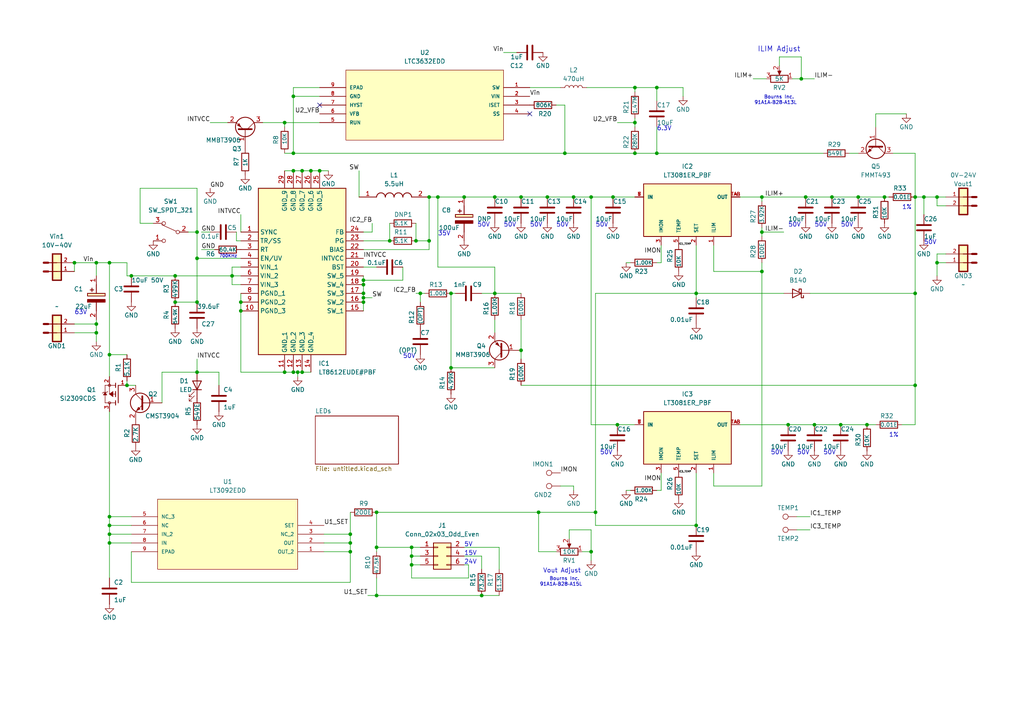
<source format=kicad_sch>
(kicad_sch (version 20230121) (generator eeschema)
  (paper "A4")
  (lib_symbols
    (symbol "1725656:1725656" (pin_names (offset 1.016))
      (property "Reference" "J" (at -3.81 6.35 0))
      (property "Value" "1725656" (at -3.81 -6.35 0))
      (symbol "1725656_0_0"
        (pin bidirectional line (at -5.08 1.27 0) (length 5.08) (name "~") (number "1"))
        (pin bidirectional line (at -5.08 -1.27 0) (length 5.08) (name "~") (number "2"))
      )
    )
    (symbol "2N2219_1" (pin_names (offset 0) hide)
      (property "Reference" "Q5" (at 6.35 0 90))
      (property "Value" "FMMT493" (at 8.89 0 90))
      (symbol "2N2219_1_1_1"
        (pin passive line (at -5.08 0 0) (length 5.715) (name "B") (number "1"))
        (pin passive line (at 2.54 -5.08 90) (length 2.54) (name "E") (number "2"))
        (pin passive line (at 2.54 5.08 270) (length 2.54) (name "C") (number "3"))
      )
    )
    (symbol "2N3905_1" (pin_names (offset 0) hide)
      (property "Reference" "Q4" (at 5.08 -1.27 0))
      (property "Value" "MMBT3906" (at 3.81 1.27 0))
      (symbol "2N3905_1_1_1"
        (pin input line (at -5.08 0 0) (length 5.715) (name "B") (number "1"))
        (pin passive line (at 2.54 -5.08 90) (length 2.54) (name "E") (number "2"))
        (pin passive line (at 2.54 5.08 270) (length 2.54) (name "C") (number "3"))
      )
    )
    (symbol "744325550:744325550" (pin_names hide)
      (property "Reference" "L" (at 16.51 6.35 0))
      (property "Value" "744325550" (at 16.51 3.81 0))
      (symbol "744325550_1_1"
        (pin passive line (at 0 0 0) (length 5.08) (name "1") (number "1"))
        (pin passive line (at 20.32 0 180) (length 5.08) (name "2") (number "2"))
      )
    )
    (symbol "Connector:TestPoint" (pin_numbers hide) (pin_names (offset 0.762) hide)
      (property "Reference" "TP" (at 0 6.858 0))
      (property "Value" "TestPoint" (at 0 5.08 0))
      (symbol "TestPoint_1_1"
        (pin passive line (at 0 0 90) (length 2.54) (name "1") (number "1"))
      )
    )
    (symbol "Connector_Generic:Conn_02x03_Odd_Even" (pin_names (offset 1.016) hide)
      (property "Reference" "J" (at 1.27 5.08 0))
      (property "Value" "Conn_02x03_Odd_Even" (at 1.27 -5.08 0))
      (symbol "Conn_02x03_Odd_Even_1_1"
        (pin passive line (at -5.08 2.54 0) (length 3.81) (name "Pin_1") (number "1"))
        (pin passive line (at 7.62 2.54 180) (length 3.81) (name "Pin_2") (number "2"))
        (pin passive line (at -5.08 0 0) (length 3.81) (name "Pin_3") (number "3"))
        (pin passive line (at 7.62 0 180) (length 3.81) (name "Pin_4") (number "4"))
        (pin passive line (at -5.08 -2.54 0) (length 3.81) (name "Pin_5") (number "5"))
        (pin passive line (at 7.62 -2.54 180) (length 3.81) (name "Pin_6") (number "6"))
      )
    )
    (symbol "Device:C" (pin_numbers hide) (pin_names (offset 0.254))
      (property "Reference" "C" (at 0.635 2.54 0))
      (property "Value" "C" (at 0.635 -2.54 0))
      (symbol "C_1_1"
        (pin passive line (at 0 3.81 270) (length 2.794) (name "~") (number "1"))
        (pin passive line (at 0 -3.81 90) (length 2.794) (name "~") (number "2"))
      )
    )
    (symbol "Device:L" (pin_numbers hide) (pin_names (offset 1.016) hide)
      (property "Reference" "L" (at -1.27 0 90))
      (property "Value" "L" (at 1.905 0 90))
      (symbol "L_1_1"
        (pin passive line (at 0 3.81 270) (length 1.27) (name "1") (number "1"))
        (pin passive line (at 0 -3.81 90) (length 1.27) (name "2") (number "2"))
      )
    )
    (symbol "Device:LED" (pin_numbers hide) (pin_names (offset 1.016) hide)
      (property "Reference" "D" (at 0 2.54 0))
      (property "Value" "LED" (at 0 -2.54 0))
      (symbol "LED_1_1"
        (pin passive line (at -3.81 0 0) (length 2.54) (name "K") (number "1"))
        (pin passive line (at 3.81 0 180) (length 2.54) (name "A") (number "2"))
      )
    )
    (symbol "Device:R" (pin_numbers hide) (pin_names (offset 0))
      (property "Reference" "R" (at 2.032 0 90))
      (property "Value" "R" (at 0 0 90))
      (symbol "R_1_1"
        (pin passive line (at 0 3.81 270) (length 1.27) (name "~") (number "1"))
        (pin passive line (at 0 -3.81 90) (length 1.27) (name "~") (number "2"))
      )
    )
    (symbol "Device:R_Potentiometer" (pin_names (offset 1.016) hide)
      (property "Reference" "RV" (at -4.445 0 90))
      (property "Value" "R_Potentiometer" (at -2.54 0 90))
      (symbol "R_Potentiometer_1_1"
        (pin passive line (at 0 3.81 270) (length 1.27) (name "1") (number "1"))
        (pin passive line (at 3.81 0 180) (length 1.27) (name "2") (number "2"))
        (pin passive line (at 0 -3.81 90) (length 1.27) (name "3") (number "3"))
      )
    )
    (symbol "Diode:B140-E3" (pin_numbers hide) (pin_names hide)
      (property "Reference" "D" (at 0 2.54 0))
      (property "Value" "B140-E3" (at 0 -2.54 0))
      (symbol "B140-E3_1_1"
        (pin passive line (at -3.81 0 0) (length 2.54) (name "K") (number "1"))
        (pin passive line (at 3.81 0 180) (length 2.54) (name "A") (number "2"))
      )
    )
    (symbol "EMZA350ADA101MF80G:EMZA350ADA101MF80G" (pin_names hide)
      (property "Reference" "C" (at 8.89 6.35 0))
      (property "Value" "EMZA350ADA101MF80G" (at 8.89 3.81 0))
      (symbol "EMZA350ADA101MF80G_1_1"
        (pin passive line (at 0 0 0) (length 2.54) (name "+") (number "1"))
        (pin passive line (at 12.7 0 180) (length 2.54) (name "-") (number "2"))
      )
    )
    (symbol "LT3081ER_PBF:LT3081ER_PBF" (pin_names (offset 1.016))
      (property "Reference" "IC" (at -11.43 8.89 0))
      (property "Value" "LT3081ER_PBF" (at 0 0 0))
      (symbol "LT3081ER_PBF_0_0"
        (pin bidirectional line (at 7.62 -10.16 90) (length 2.54) (name "ILIM") (number "1"))
        (pin bidirectional line (at 2.54 -10.16 90) (length 2.54) (name "SET") (number "2"))
        (pin bidirectional line (at -7.62 -10.16 90) (length 2.54) (name "IMON") (number "3"))
        (pin bidirectional line (at 15.24 3.81 180) (length 2.54) (name "OUT") (number "4"))
        (pin bidirectional line (at -2.54 -10.16 90) (length 2.54) (name "TEMP") (number "5"))
        (pin bidirectional line (at -15.24 3.81 0) (length 2.54) (name "IN") (number "6"))
        (pin bidirectional line (at -15.24 3.81 0) (length 2.54) (name "IN") (number "7"))
        (pin bidirectional line (at 15.24 3.81 180) (length 2.54) (name "OUT") (number "TAB"))
      )
    )
    (symbol "LT3092EDD_PBF:LT3092EDD_PBF" (pin_names (offset 1.016))
      (property "Reference" "U" (at 23.228 9.1235 0))
      (property "Value" "LT3092EDD_PBF" (at 22.5853 6.58 0))
      (symbol "LT3092EDD_PBF_0_0"
        (pin output line (at 0 0 0) (length 7.62) (name "OUT_2") (number "1"))
        (pin output line (at 0 -2.54 0) (length 7.62) (name "OUT") (number "2"))
        (pin passive line (at 0 -5.08 0) (length 7.62) (name "NC_2") (number "3"))
        (pin input line (at 0 -7.62 0) (length 7.62) (name "SET") (number "4"))
        (pin passive line (at 55.88 -10.16 180) (length 7.62) (name "NC_3") (number "5"))
        (pin passive line (at 55.88 -7.62 180) (length 7.62) (name "NC") (number "6"))
        (pin input line (at 55.88 -5.08 180) (length 7.62) (name "IN_2") (number "7"))
        (pin input line (at 55.88 -2.54 180) (length 7.62) (name "IN") (number "8"))
        (pin passive line (at 55.88 0 180) (length 7.62) (name "EPAD") (number "9"))
      )
    )
    (symbol "LT8612EUDE#PBF:LT8612EUDE#PBF"
      (property "Reference" "IC" (at 31.75 17.78 0))
      (property "Value" "LT8612EUDE#PBF" (at 31.75 15.24 0))
      (symbol "LT8612EUDE#PBF_1_1"
        (pin passive line (at 0 0 0) (length 5.08) (name "SYNC") (number "1"))
        (pin power_in line (at 0 -22.86 0) (length 5.08) (name "PGND_3") (number "10"))
        (pin power_in line (at 12.7 -40.64 90) (length 5.08) (name "GND_1") (number "11"))
        (pin power_in line (at 15.24 -40.64 90) (length 5.08) (name "GND_2") (number "12"))
        (pin power_in line (at 17.78 -40.64 90) (length 5.08) (name "GND_3") (number "13"))
        (pin power_in line (at 20.32 -40.64 90) (length 5.08) (name "GND_4") (number "14"))
        (pin passive line (at 35.56 -22.86 180) (length 5.08) (name "SW_1") (number "15"))
        (pin passive line (at 35.56 -20.32 180) (length 5.08) (name "SW_2") (number "16"))
        (pin passive line (at 35.56 -17.78 180) (length 5.08) (name "SW_3") (number "17"))
        (pin passive line (at 35.56 -15.24 180) (length 5.08) (name "SW_4") (number "18"))
        (pin passive line (at 35.56 -12.7 180) (length 5.08) (name "SW_5") (number "19"))
        (pin passive line (at 0 -2.54 0) (length 5.08) (name "TR/SS") (number "2"))
        (pin passive line (at 35.56 -10.16 180) (length 5.08) (name "BST") (number "20"))
        (pin power_in line (at 35.56 -7.62 180) (length 5.08) (name "INTVCC") (number "21"))
        (pin passive line (at 35.56 -5.08 180) (length 5.08) (name "BIAS") (number "22"))
        (pin passive line (at 35.56 -2.54 180) (length 5.08) (name "PG") (number "23"))
        (pin passive line (at 35.56 0 180) (length 5.08) (name "FB") (number "24"))
        (pin power_in line (at 22.86 17.78 270) (length 5.08) (name "GND_5") (number "25"))
        (pin power_in line (at 20.32 17.78 270) (length 5.08) (name "GND_6") (number "26"))
        (pin power_in line (at 17.78 17.78 270) (length 5.08) (name "GND_7") (number "27"))
        (pin power_in line (at 15.24 17.78 270) (length 5.08) (name "GND_8") (number "28"))
        (pin power_in line (at 12.7 17.78 270) (length 5.08) (name "GND_9") (number "29"))
        (pin passive line (at 0 -5.08 0) (length 5.08) (name "RT") (number "3"))
        (pin passive line (at 0 -7.62 0) (length 5.08) (name "EN/UV") (number "4"))
        (pin input line (at 0 -10.16 0) (length 5.08) (name "VIN_1") (number "5"))
        (pin input line (at 0 -12.7 0) (length 5.08) (name "VIN_2") (number "6"))
        (pin input line (at 0 -15.24 0) (length 5.08) (name "VIN_3") (number "7"))
        (pin power_in line (at 0 -17.78 0) (length 5.08) (name "PGND_1") (number "8"))
        (pin power_in line (at 0 -20.32 0) (length 5.08) (name "PGND_2") (number "9"))
      )
    )
    (symbol "LTC3632EDD_PBF:LTC3632EDD_PBF" (pin_names (offset 1.016))
      (property "Reference" "U" (at 25.7556 9.1186 0))
      (property "Value" "LTC3632EDD_PBF" (at 25.1206 6.5786 0))
      (symbol "LTC3632EDD_PBF_0_0"
        (pin passive line (at 0 0 0) (length 7.62) (name "SW") (number "1"))
        (pin input line (at 0 -2.54 0) (length 7.62) (name "VIN") (number "2"))
        (pin input line (at 0 -5.08 0) (length 7.62) (name "ISET") (number "3"))
        (pin input line (at 0 -7.62 0) (length 7.62) (name "SS") (number "4"))
        (pin input line (at 60.96 -10.16 180) (length 7.62) (name "RUN") (number "5"))
        (pin output line (at 60.96 -7.62 180) (length 7.62) (name "VFB") (number "6"))
        (pin output line (at 60.96 -5.08 180) (length 7.62) (name "HYST") (number "7"))
        (pin power_in line (at 60.96 -2.54 180) (length 7.62) (name "GND") (number "8"))
        (pin passive line (at 60.96 0 180) (length 7.62) (name "EPAD") (number "9"))
      )
    )
    (symbol "SI2309CDS-T1-E3:SI2309CDS-T1-E3" (pin_names (offset 1.016))
      (property "Reference" "Q" (at -8.89 3.81 0))
      (property "Value" "SI2309CDS-T1-E3" (at -8.89 -6.35 0))
      (symbol "SI2309CDS-T1-E3_0_0"
        (pin passive line (at -2.54 2.54 0) (length 2.54) (name "~") (number "1"))
        (pin passive line (at 2.54 5.08 270) (length 2.54) (name "~") (number "2"))
        (pin passive line (at 2.54 -5.08 90) (length 2.54) (name "~") (number "3"))
      )
    )
    (symbol "Switch:SW_SPDT_321" (pin_names (offset 1) hide)
      (property "Reference" "SW" (at 0 4.318 0))
      (property "Value" "SW_SPDT_321" (at 0 -5.08 0))
      (symbol "SW_SPDT_321_1_1"
        (pin passive line (at 5.08 -2.54 180) (length 2.54) (name "C") (number "1"))
        (pin passive line (at -5.08 0 0) (length 2.54) (name "B") (number "2"))
        (pin passive line (at 5.08 2.54 180) (length 2.54) (name "A") (number "3"))
      )
    )
    (symbol "Transistor_BJT:2N2219" (pin_names (offset 0) hide)
      (property "Reference" "Q2" (at -3.81 2.54 0))
      (property "Value" "CMST3904" (at -10.16 -3.81 0))
      (symbol "2N2219_1_1"
        (pin passive line (at -5.08 0 0) (length 5.715) (name "B") (number "1"))
        (pin passive line (at 2.54 -5.08 90) (length 2.54) (name "E") (number "2"))
        (pin passive line (at 2.54 5.08 270) (length 2.54) (name "C") (number "3"))
      )
    )
    (symbol "Transistor_BJT:2N3905" (pin_names (offset 0) hide)
      (property "Reference" "Q3" (at -5.08 -3.81 90))
      (property "Value" "MMBT3906" (at -2.54 -11.43 90))
      (symbol "2N3905_1_1"
        (pin input line (at -5.08 0 0) (length 5.715) (name "B") (number "1"))
        (pin passive line (at 2.54 -5.08 90) (length 2.54) (name "E") (number "2"))
        (pin passive line (at 2.54 5.08 270) (length 2.54) (name "C") (number "3"))
      )
    )
    (symbol "power:GND" (power) (pin_names (offset 0))
      (property "Value" "GND" (at 0 -3.81 0))
      (symbol "GND_1_1"
        (pin power_in line (at 0 0 270) (length 0) hide (name "GND") (number "1"))
      )
    )
  )
  (junction (at 233.68 57.15))
  (junction (at 50.8 80.01))
  (junction (at 201.93 85.09))
  (junction (at 184.15 44.45))
  (junction (at 256.54 57.15))
  (junction (at 156.21 148.59))
  (junction (at 31.75 152.4))
  (junction (at 228.6 123.19))
  (junction (at 31.75 149.86))
  (junction (at 251.46 123.19))
  (junction (at 172.72 148.59))
  (junction (at 124.46 57.15))
  (junction (at 119.38 163.83))
  (junction (at 143.51 85.09))
  (junction (at 265.43 111.76))
  (junction (at 85.09 107.95))
  (junction (at 201.93 152.4))
  (junction (at 69.85 90.17))
  (junction (at 57.15 67.31))
  (junction (at 101.6 160.02))
  (junction (at 31.75 157.48))
  (junction (at 119.38 158.75))
  (junction (at 87.63 49.53))
  (junction (at 163.83 44.45))
  (junction (at 38.1 80.01))
  (junction (at 236.22 123.19))
  (junction (at 184.15 25.4))
  (junction (at 220.98 67.31))
  (junction (at 166.37 57.15))
  (junction (at 220.98 78.74))
  (junction (at 134.62 57.15))
  (junction (at 124.46 69.85))
  (junction (at 265.43 85.09))
  (junction (at 21.59 76.2))
  (junction (at 109.22 172.72))
  (junction (at 220.98 57.15))
  (junction (at 101.6 154.94))
  (junction (at 85.09 44.45))
  (junction (at 105.41 87.63))
  (junction (at 271.78 76.2))
  (junction (at 31.75 154.94))
  (junction (at 171.45 57.15))
  (junction (at 57.15 107.95))
  (junction (at 82.55 107.95))
  (junction (at 120.65 69.85))
  (junction (at 158.75 57.15))
  (junction (at 265.43 57.15))
  (junction (at 171.45 160.02))
  (junction (at 130.81 85.09))
  (junction (at 130.81 106.68))
  (junction (at 271.78 57.15))
  (junction (at 190.5 44.45))
  (junction (at 69.85 87.63))
  (junction (at 105.41 85.09))
  (junction (at 241.3 57.15))
  (junction (at 50.8 87.63))
  (junction (at 85.09 49.53))
  (junction (at 31.75 76.2))
  (junction (at 87.63 107.95))
  (junction (at 127 57.15))
  (junction (at 190.5 25.4))
  (junction (at 105.41 81.28))
  (junction (at 105.41 86.36))
  (junction (at 57.15 74.93))
  (junction (at 85.09 27.94))
  (junction (at 82.55 35.56))
  (junction (at 67.31 80.01))
  (junction (at 36.83 111.76))
  (junction (at 143.51 57.15))
  (junction (at 151.13 101.6))
  (junction (at 109.22 148.59))
  (junction (at 105.41 82.55))
  (junction (at 101.6 157.48))
  (junction (at 90.17 49.53))
  (junction (at 177.8 57.15))
  (junction (at 248.92 57.15))
  (junction (at 27.94 76.2))
  (junction (at 27.94 96.52))
  (junction (at 57.15 87.63))
  (junction (at 109.22 158.75))
  (junction (at 179.07 123.19))
  (junction (at 121.92 85.09))
  (junction (at 86.36 107.95))
  (junction (at 232.41 22.86))
  (junction (at 113.03 69.85))
  (junction (at 31.75 102.87))
  (junction (at 184.15 35.56))
  (junction (at 139.7 172.72))
  (junction (at 92.71 49.53))
  (junction (at 27.94 93.98))
  (junction (at 267.97 57.15))
  (junction (at 243.84 123.19))
  (junction (at 151.13 57.15))
  (junction (at 119.38 161.29))
  (no_connect (at 92.71 30.48))
  (no_connect (at 153.67 33.02))
  (wire (pts (xy 184.15 36.83) (xy 184.15 35.56)))
  (wire (pts (xy 121.92 87.63) (xy 121.92 85.09)))
  (wire (pts (xy 67.31 77.47) (xy 67.31 80.01)))
  (wire (pts (xy 171.45 57.15) (xy 177.8 57.15)))
  (wire (pts (xy 234.95 153.67) (xy 231.14 153.67)))
  (wire (pts (xy 265.43 111.76) (xy 265.43 123.19)))
  (wire (pts (xy 36.83 80.01) (xy 36.83 76.2)))
  (wire (pts (xy 163.83 44.45) (xy 163.83 30.48)))
  (wire (pts (xy 135.89 167.64) (xy 119.38 167.64)))
  (wire (pts (xy 271.78 59.69) (xy 274.32 59.69)))
  (wire (pts (xy 44.45 64.77) (xy 40.64 64.77)))
  (wire (pts (xy 69.85 82.55) (xy 67.31 82.55)))
  (wire (pts (xy 92.71 49.53) (xy 90.17 49.53)))
  (wire (pts (xy 57.15 104.14) (xy 57.15 107.95)))
  (wire (pts (xy 184.15 44.45) (xy 163.83 44.45)))
  (wire (pts (xy 184.15 57.15) (xy 177.8 57.15)))
  (wire (pts (xy 127 57.15) (xy 127 77.47)))
  (wire (pts (xy 130.81 106.68) (xy 143.51 106.68)))
  (wire (pts (xy 201.93 71.12) (xy 201.93 85.09)))
  (wire (pts (xy 220.98 68.58) (xy 220.98 67.31)))
  (wire (pts (xy 127 57.15) (xy 134.62 57.15)))
  (wire (pts (xy 40.64 64.77) (xy 40.64 54.61)))
  (wire (pts (xy 119.38 158.75) (xy 109.22 158.75)))
  (wire (pts (xy 105.41 81.28) (xy 105.41 80.01)))
  (wire (pts (xy 201.93 85.09) (xy 227.33 85.09)))
  (wire (pts (xy 171.45 160.02) (xy 171.45 162.56)))
  (wire (pts (xy 139.7 172.72) (xy 109.22 172.72)))
  (wire (pts (xy 109.22 148.59) (xy 156.21 148.59)))
  (wire (pts (xy 165.1 153.67) (xy 171.45 153.67)))
  (wire (pts (xy 82.55 107.95) (xy 69.85 107.95)))
  (wire (pts (xy 153.67 25.4) (xy 162.56 25.4)))
  (wire (pts (xy 172.72 85.09) (xy 172.72 148.59)))
  (wire (pts (xy 238.76 44.45) (xy 190.5 44.45)))
  (wire (pts (xy 254 123.19) (xy 251.46 123.19)))
  (wire (pts (xy 68.58 69.85) (xy 69.85 69.85)))
  (wire (pts (xy 190.5 142.24) (xy 191.77 142.24)))
  (wire (pts (xy 271.78 73.66) (xy 271.78 76.2)))
  (wire (pts (xy 69.85 62.23) (xy 69.85 67.31)))
  (wire (pts (xy 254 33.02) (xy 262.89 33.02)))
  (wire (pts (xy 38.1 168.91) (xy 101.6 168.91)))
  (wire (pts (xy 151.13 92.71) (xy 151.13 101.6)))
  (wire (pts (xy 143.51 77.47) (xy 143.51 85.09)))
  (wire (pts (xy 105.41 85.09) (xy 105.41 82.55)))
  (wire (pts (xy 124.46 69.85) (xy 124.46 72.39)))
  (wire (pts (xy 27.94 93.98) (xy 27.94 92.71)))
  (wire (pts (xy 101.6 168.91) (xy 101.6 160.02)))
  (wire (pts (xy 251.46 123.19) (xy 243.84 123.19)))
  (wire (pts (xy 151.13 85.09) (xy 143.51 85.09)))
  (wire (pts (xy 121.92 163.83) (xy 119.38 163.83)))
  (wire (pts (xy 168.91 160.02) (xy 171.45 160.02)))
  (wire (pts (xy 57.15 74.93) (xy 57.15 87.63)))
  (wire (pts (xy 58.42 67.31) (xy 60.96 67.31)))
  (wire (pts (xy 105.41 90.17) (xy 105.41 87.63)))
  (wire (pts (xy 60.96 35.56) (xy 66.04 35.56)))
  (wire (pts (xy 248.92 57.15) (xy 241.3 57.15)))
  (wire (pts (xy 93.98 154.94) (xy 101.6 154.94)))
  (wire (pts (xy 146.05 15.24) (xy 149.86 15.24)))
  (wire (pts (xy 172.72 85.09) (xy 201.93 85.09)))
  (wire (pts (xy 57.15 67.31) (xy 54.61 67.31)))
  (wire (pts (xy 214.63 57.15) (xy 220.98 57.15)))
  (wire (pts (xy 38.1 80.01) (xy 36.83 80.01)))
  (wire (pts (xy 27.94 96.52) (xy 27.94 93.98)))
  (wire (pts (xy 179.07 123.19) (xy 184.15 123.19)))
  (wire (pts (xy 63.5 107.95) (xy 57.15 107.95)))
  (wire (pts (xy 120.65 85.09) (xy 121.92 85.09)))
  (wire (pts (xy 90.17 107.95) (xy 87.63 107.95)))
  (wire (pts (xy 181.61 142.24) (xy 182.88 142.24)))
  (wire (pts (xy 151.13 101.6) (xy 151.13 104.14)))
  (wire (pts (xy 226.06 19.05) (xy 226.06 16.51)))
  (wire (pts (xy 68.58 67.31) (xy 68.58 69.85)))
  (wire (pts (xy 36.83 102.87) (xy 31.75 102.87)))
  (wire (pts (xy 105.41 82.55) (xy 105.41 81.28)))
  (wire (pts (xy 31.75 76.2) (xy 27.94 76.2)))
  (wire (pts (xy 36.83 111.76) (xy 36.83 110.49)))
  (wire (pts (xy 31.75 167.64) (xy 31.75 157.48)))
  (wire (pts (xy 184.15 25.4) (xy 190.5 25.4)))
  (wire (pts (xy 207.01 140.97) (xy 220.98 140.97)))
  (wire (pts (xy 220.98 67.31) (xy 220.98 66.04)))
  (wire (pts (xy 271.78 76.2) (xy 274.32 76.2)))
  (wire (pts (xy 119.38 161.29) (xy 119.38 158.75)))
  (wire (pts (xy 171.45 153.67) (xy 171.45 160.02)))
  (wire (pts (xy 27.94 99.06) (xy 27.94 96.52)))
  (wire (pts (xy 121.92 158.75) (xy 119.38 158.75)))
  (wire (pts (xy 172.72 152.4) (xy 172.72 148.59)))
  (wire (pts (xy 86.36 107.95) (xy 85.09 107.95)))
  (wire (pts (xy 85.09 25.4) (xy 85.09 27.94)))
  (wire (pts (xy 57.15 74.93) (xy 57.15 67.31)))
  (wire (pts (xy 170.18 25.4) (xy 184.15 25.4)))
  (wire (pts (xy 109.22 158.75) (xy 109.22 160.02)))
  (wire (pts (xy 119.38 163.83) (xy 119.38 161.29)))
  (wire (pts (xy 69.85 107.95) (xy 69.85 90.17)))
  (wire (pts (xy 267.97 57.15) (xy 271.78 57.15)))
  (wire (pts (xy 107.95 67.31) (xy 105.41 67.31)))
  (wire (pts (xy 184.15 25.4) (xy 184.15 26.67)))
  (wire (pts (xy 90.17 49.53) (xy 87.63 49.53)))
  (wire (pts (xy 241.3 57.15) (xy 233.68 57.15)))
  (wire (pts (xy 207.01 78.74) (xy 220.98 78.74)))
  (wire (pts (xy 191.77 71.12) (xy 191.77 76.2)))
  (wire (pts (xy 82.55 35.56) (xy 82.55 36.83)))
  (wire (pts (xy 38.1 154.94) (xy 31.75 154.94)))
  (wire (pts (xy 38.1 160.02) (xy 38.1 168.91)))
  (wire (pts (xy 201.93 137.16) (xy 201.93 152.4)))
  (wire (pts (xy 21.59 76.2) (xy 21.59 78.74)))
  (wire (pts (xy 144.78 158.75) (xy 144.78 165.1)))
  (wire (pts (xy 220.98 140.97) (xy 220.98 78.74)))
  (wire (pts (xy 21.59 93.98) (xy 27.94 93.98)))
  (wire (pts (xy 139.7 161.29) (xy 139.7 165.1)))
  (wire (pts (xy 67.31 82.55) (xy 67.31 80.01)))
  (wire (pts (xy 130.81 106.68) (xy 130.81 85.09)))
  (wire (pts (xy 151.13 57.15) (xy 158.75 57.15)))
  (wire (pts (xy 181.61 76.2) (xy 182.88 76.2)))
  (wire (pts (xy 184.15 34.29) (xy 184.15 35.56)))
  (wire (pts (xy 135.89 163.83) (xy 134.62 163.83)))
  (wire (pts (xy 57.15 54.61) (xy 57.15 67.31)))
  (wire (pts (xy 265.43 57.15) (xy 265.43 85.09)))
  (wire (pts (xy 101.6 160.02) (xy 93.98 160.02)))
  (wire (pts (xy 93.98 157.48) (xy 101.6 157.48)))
  (wire (pts (xy 82.55 107.95) (xy 85.09 107.95)))
  (wire (pts (xy 87.63 49.53) (xy 85.09 49.53)))
  (wire (pts (xy 151.13 111.76) (xy 265.43 111.76)))
  (wire (pts (xy 57.15 87.63) (xy 50.8 87.63)))
  (wire (pts (xy 201.93 152.4) (xy 172.72 152.4)))
  (wire (pts (xy 76.2 35.56) (xy 82.55 35.56)))
  (wire (pts (xy 85.09 27.94) (xy 92.71 27.94)))
  (wire (pts (xy 143.51 57.15) (xy 151.13 57.15)))
  (wire (pts (xy 120.65 69.85) (xy 124.46 69.85)))
  (wire (pts (xy 82.55 44.45) (xy 85.09 44.45)))
  (wire (pts (xy 220.98 67.31) (xy 227.33 67.31)))
  (wire (pts (xy 226.06 16.51) (xy 232.41 16.51)))
  (wire (pts (xy 161.29 160.02) (xy 156.21 160.02)))
  (wire (pts (xy 119.38 167.64) (xy 119.38 163.83)))
  (wire (pts (xy 127 57.15) (xy 124.46 57.15)))
  (wire (pts (xy 246.38 44.45) (xy 248.92 44.45)))
  (wire (pts (xy 171.45 57.15) (xy 171.45 123.19)))
  (wire (pts (xy 101.6 157.48) (xy 101.6 160.02)))
  (wire (pts (xy 232.41 16.51) (xy 232.41 22.86)))
  (wire (pts (xy 67.31 80.01) (xy 69.85 80.01)))
  (wire (pts (xy 156.21 148.59) (xy 172.72 148.59)))
  (wire (pts (xy 101.6 154.94) (xy 101.6 157.48)))
  (wire (pts (xy 271.78 76.2) (xy 271.78 80.01)))
  (wire (pts (xy 107.95 86.36) (xy 105.41 86.36)))
  (wire (pts (xy 46.99 107.95) (xy 57.15 107.95)))
  (wire (pts (xy 121.92 85.09) (xy 123.19 85.09)))
  (wire (pts (xy 267.97 62.23) (xy 267.97 57.15)))
  (wire (pts (xy 191.77 137.16) (xy 191.77 142.24)))
  (wire (pts (xy 82.55 35.56) (xy 92.71 35.56)))
  (wire (pts (xy 243.84 123.19) (xy 236.22 123.19)))
  (wire (pts (xy 31.75 149.86) (xy 31.75 119.38)))
  (wire (pts (xy 198.12 25.4) (xy 198.12 27.94)))
  (wire (pts (xy 116.84 81.28) (xy 105.41 81.28)))
  (wire (pts (xy 109.22 77.47) (xy 105.41 77.47)))
  (wire (pts (xy 105.41 87.63) (xy 105.41 86.36)))
  (wire (pts (xy 127 77.47) (xy 143.51 77.47)))
  (wire (pts (xy 38.1 149.86) (xy 31.75 149.86)))
  (wire (pts (xy 135.89 163.83) (xy 135.89 167.64)))
  (wire (pts (xy 31.75 109.22) (xy 31.75 102.87)))
  (wire (pts (xy 86.36 109.22) (xy 86.36 107.95)))
  (wire (pts (xy 214.63 123.19) (xy 228.6 123.19)))
  (wire (pts (xy 38.1 80.01) (xy 50.8 80.01)))
  (wire (pts (xy 190.5 76.2) (xy 191.77 76.2)))
  (wire (pts (xy 234.95 149.86) (xy 231.14 149.86)))
  (wire (pts (xy 179.07 35.56) (xy 184.15 35.56)))
  (wire (pts (xy 27.94 80.01) (xy 27.94 76.2)))
  (wire (pts (xy 234.95 85.09) (xy 265.43 85.09)))
  (wire (pts (xy 82.55 49.53) (xy 85.09 49.53)))
  (wire (pts (xy 265.43 85.09) (xy 265.43 111.76)))
  (wire (pts (xy 31.75 157.48) (xy 31.75 154.94)))
  (wire (pts (xy 69.85 77.47) (xy 67.31 77.47)))
  (wire (pts (xy 121.92 161.29) (xy 119.38 161.29)))
  (wire (pts (xy 265.43 44.45) (xy 265.43 57.15)))
  (wire (pts (xy 107.95 64.77) (xy 107.95 67.31)))
  (wire (pts (xy 95.25 49.53) (xy 92.71 49.53)))
  (wire (pts (xy 69.85 90.17) (xy 69.85 87.63)))
  (wire (pts (xy 21.59 76.2) (xy 27.94 76.2)))
  (wire (pts (xy 124.46 72.39) (xy 105.41 72.39)))
  (wire (pts (xy 207.01 137.16) (xy 207.01 140.97)))
  (wire (pts (xy 190.5 25.4) (xy 190.5 29.21)))
  (wire (pts (xy 109.22 148.59) (xy 109.22 158.75)))
  (wire (pts (xy 265.43 57.15) (xy 267.97 57.15)))
  (wire (pts (xy 201.93 85.09) (xy 201.93 86.36)))
  (wire (pts (xy 134.62 161.29) (xy 139.7 161.29)))
  (wire (pts (xy 179.07 123.19) (xy 171.45 123.19)))
  (wire (pts (xy 254 36.83) (xy 254 33.02)))
  (wire (pts (xy 232.41 22.86) (xy 229.87 22.86)))
  (wire (pts (xy 207.01 71.12) (xy 207.01 78.74)))
  (wire (pts (xy 220.98 57.15) (xy 220.98 58.42)))
  (wire (pts (xy 38.1 152.4) (xy 31.75 152.4)))
  (wire (pts (xy 87.63 107.95) (xy 86.36 107.95)))
  (wire (pts (xy 190.5 36.83) (xy 190.5 44.45)))
  (wire (pts (xy 162.56 140.97) (xy 166.37 140.97)))
  (wire (pts (xy 120.65 64.77) (xy 120.65 69.85)))
  (wire (pts (xy 259.08 44.45) (xy 265.43 44.45)))
  (wire (pts (xy 105.41 86.36) (xy 105.41 85.09)))
  (wire (pts (xy 113.03 69.85) (xy 105.41 69.85)))
  (wire (pts (xy 31.75 154.94) (xy 31.75 152.4)))
  (wire (pts (xy 232.41 22.86) (xy 236.22 22.86)))
  (wire (pts (xy 50.8 80.01) (xy 67.31 80.01)))
  (wire (pts (xy 134.62 57.15) (xy 143.51 57.15)))
  (wire (pts (xy 31.75 102.87) (xy 31.75 76.2)))
  (wire (pts (xy 104.14 49.53) (xy 104.14 57.15)))
  (wire (pts (xy 261.62 123.19) (xy 265.43 123.19)))
  (wire (pts (xy 166.37 140.97) (xy 166.37 142.24)))
  (wire (pts (xy 109.22 167.64) (xy 109.22 172.72)))
  (wire (pts (xy 271.78 59.69) (xy 271.78 57.15)))
  (wire (pts (xy 143.51 92.71) (xy 143.51 96.52)))
  (wire (pts (xy 69.85 85.09) (xy 69.85 87.63)))
  (wire (pts (xy 218.44 22.86) (xy 222.25 22.86)))
  (wire (pts (xy 256.54 57.15) (xy 248.92 57.15)))
  (wire (pts (xy 85.09 27.94) (xy 85.09 44.45)))
  (wire (pts (xy 124.46 57.15) (xy 124.46 69.85)))
  (wire (pts (xy 165.1 156.21) (xy 165.1 153.67)))
  (wire (pts (xy 101.6 148.59) (xy 101.6 154.94)))
  (wire (pts (xy 63.5 111.76) (xy 63.5 107.95)))
  (wire (pts (xy 36.83 76.2) (xy 31.75 76.2)))
  (wire (pts (xy 220.98 57.15) (xy 233.68 57.15)))
  (wire (pts (xy 144.78 172.72) (xy 139.7 172.72)))
  (wire (pts (xy 113.03 64.77) (xy 113.03 69.85)))
  (wire (pts (xy 58.42 72.39) (xy 62.23 72.39)))
  (wire (pts (xy 257.81 57.15) (xy 256.54 57.15)))
  (wire (pts (xy 190.5 44.45) (xy 184.15 44.45)))
  (wire (pts (xy 220.98 78.74) (xy 220.98 76.2)))
  (wire (pts (xy 271.78 57.15) (xy 274.32 57.15)))
  (wire (pts (xy 158.75 57.15) (xy 166.37 57.15)))
  (wire (pts (xy 92.71 25.4) (xy 85.09 25.4)))
  (wire (pts (xy 274.32 73.66) (xy 271.78 73.66)))
  (wire (pts (xy 132.08 85.09) (xy 130.81 85.09)))
  (wire (pts (xy 85.09 44.45) (xy 163.83 44.45)))
  (wire (pts (xy 116.84 77.47) (xy 116.84 81.28)))
  (wire (pts (xy 40.64 54.61) (xy 57.15 54.61)))
  (wire (pts (xy 38.1 157.48) (xy 31.75 157.48)))
  (wire (pts (xy 106.68 172.72) (xy 109.22 172.72)))
  (wire (pts (xy 21.59 96.52) (xy 27.94 96.52)))
  (wire (pts (xy 31.75 152.4) (xy 31.75 149.86)))
  (wire (pts (xy 139.7 85.09) (xy 143.51 85.09)))
  (wire (pts (xy 166.37 57.15) (xy 171.45 57.15)))
  (wire (pts (xy 163.83 30.48) (xy 161.29 30.48)))
  (wire (pts (xy 236.22 123.19) (xy 228.6 123.19)))
  (wire (pts (xy 39.37 111.76) (xy 36.83 111.76)))
  (wire (pts (xy 46.99 116.84) (xy 46.99 107.95)))
  (wire (pts (xy 69.85 74.93) (xy 57.15 74.93)))
  (wire (pts (xy 134.62 158.75) (xy 144.78 158.75)))
  (wire (pts (xy 190.5 25.4) (xy 198.12 25.4)))
  (wire (pts (xy 156.21 160.02) (xy 156.21 148.59)))
  (text "700KHz" (at 63.5 74.93 0) (effects (font (size 0.9 0.9)) (justify left bottom)))
  (text "50V" (at 172.72 66.04 0) (effects (font (size 1.27 1.27)) (justify left bottom)))
  (text "1%" (at 257.81 127 0) (effects (font (size 1.27 1.27)) (justify left bottom)))
  (text "50V" (at 116.84 104.14 0) (effects (font (size 1.27 1.27)) (justify left bottom)))
  (text "35V\n" (at 127 68.58 0) (effects (font (size 1.27 1.27)) (justify left bottom)))
  (text "24V\n" (at 134.62 163.83 0) (effects (font (size 1.27 1.27)) (justify left bottom)))
  (text "50V" (at 243.84 66.04 0) (effects (font (size 1.27 1.27)) (justify left bottom)))
  (text "50V" (at 267.97 71.12 0) (effects (font (size 1.27 1.27)) (justify left bottom)))
  (text "50V" (at 223.52 132.08 0) (effects (font (size 1.27 1.27)) (justify left bottom)))
  (text "50V" (at 138.43 66.04 0) (effects (font (size 1.27 1.27)) (justify left bottom)))
  (text "50V" (at 238.76 132.08 0) (effects (font (size 1.27 1.27)) (justify left bottom)))
  (text "50V" (at 231.14 132.08 0) (effects (font (size 1.27 1.27)) (justify left bottom)))
  (text "6.3V\n" (at 190.5 38.1 0) (effects (font (size 1.27 1.27)) (justify left bottom)))
  (text "50V" (at 228.6 66.04 0) (effects (font (size 1.27 1.27)) (justify left bottom)))
  (text "50V" (at 146.05 66.04 0) (effects (font (size 1.27 1.27)) (justify left bottom)))
  (text "15V\n" (at 134.62 161.29 0) (effects (font (size 1.27 1.27)) (justify left bottom)))
  (text "50V" (at 153.67 66.04 0) (effects (font (size 1.27 1.27)) (justify left bottom)))
  (text "50V" (at 236.22 66.04 0) (effects (font (size 1.27 1.27)) (justify left bottom)))
  (text "5V" (at 134.62 158.75 0) (effects (font (size 1.27 1.27)) (justify left bottom)))
  (text "Vout Adjust" (at 157.48 166.37 0) (effects (font (size 1.27 1.27)) (justify left bottom)))
  (text "Bourns Inc. \n91A1A‐B28‐A13L" (at 231.14 30.48 0) (effects (font (size 1 1)) (justify right bottom)))
  (text "50V" (at 161.29 66.04 0) (effects (font (size 1.27 1.27)) (justify left bottom)))
  (text "ILIM Adjust" (at 219.71 15.24 0) (effects (font (size 1.5 1.5)) (justify left bottom)))
  (text "Bourns Inc. \n91A1A‐B28‐A15L" (at 168.91 170.18 0) (effects (font (size 1 1)) (justify right bottom)))
  (text "50V" (at 173.99 132.08 0) (effects (font (size 1.27 1.27)) (justify left bottom)))
  (text "63V\n" (at 21.59 91.44 0) (effects (font (size 1.27 1.27)) (justify left bottom)))
  (text "1%" (at 261.62 60.96 0) (effects (font (size 1.27 1.27)) (justify left bottom)))
  (label "U1_SET" (at 93.98 152.4 0))
  (label "INTVCC" (at 69.85 62.23 180))
  (label "Vin" (at 146.05 15.24 180))
  (label "U2_VFB" (at 92.71 33.02 180))
  (label "IC2_FB" (at 120.65 85.09 180))
  (label "ILIM+" (at 218.44 22.86 180))
  (label "IMON" (at 191.77 139.7 180))
  (label "ILIM-" (at 236.22 22.86 0))
  (label "INTVCC" (at 57.15 104.14 0))
  (label "U2_VFB" (at 179.07 35.56 180))
  (label "IC3_TEMP" (at 196.85 137.16 0) (effects (font (size 0.5 0.5))))
  (label "IC2_FB" (at 107.95 64.77 180))
  (label "ILIM-" (at 227.33 67.31 180))
  (label "SW" (at 104.14 49.53 180))
  (label "IC1_TEMP" (at 234.95 149.86 0))
  (label "GND" (at 58.42 72.39 0))
  (label "IMON" (at 162.56 137.16 0))
  (label "INTVCC" (at 60.96 35.56 180))
  (label "IC3_TEMP" (at 234.95 153.67 0))
  (label "GND" (at 58.42 67.31 0))
  (label "Vin" (at 24.13 76.2 0))
  (label "ILIM+" (at 227.33 57.15 180))
  (label "U1_SET" (at 106.68 172.72 180))
  (label "SW" (at 107.95 86.36 0))
  (label "Vin" (at 153.67 27.94 0))
  (label "IC1_TEMP" (at 196.85 71.12 0) (effects (font (size 0.5 0.5))))
  (label "IMON" (at 191.77 73.66 180))
  (label "GND" (at 60.96 54.61 0))
  (label "INTVCC" (at 105.41 74.93 0))
  (symbol (lib_id "power:GND") (at 157.48 15.24 0) (unit 1)
    (property "Reference" "#PWR018" (effects hide))
    (property "Value" "GND" (at 157.48 19.05 0))
  )
  (symbol (lib_id "Device:C") (at 143.51 60.96 180) (unit 1)
    (property "Reference" "C10" (at 143.51 58.42 0) (effects (justify right)))
    (property "Value" "DNP" (at 138.43 63.5 0) (effects (justify right)))
    (property "Footprint" "Capacitor_SMD:C_1210_3225Metric_Pad1.33x2.70mm_HandSolder" (effects hide))
  )
  (symbol (lib_id "Device:R") (at 139.7 168.91 0) (unit 1)
    (property "Reference" "R15" (at 137.16 170.18 90) (effects (justify left)))
    (property "Value" "73.2K" (at 139.7 171.45 90) (effects (font (size 1.1 1.1)) (justify left)))
    (property "Footprint" "Resistor_SMD:R_0805_2012Metric_Pad1.20x1.40mm_HandSolder" (effects hide))
  )
  (symbol (lib_id "power:GND") (at 158.75 64.77 0) (unit 1)
    (property "Reference" "#PWR019" (effects hide))
    (property "Value" "GND" (at 158.75 68.58 0))
  )
  (symbol (lib_id "Device:C") (at 121.92 99.06 180) (unit 1)
    (property "Reference" "C7" (at 121.92 96.52 0) (effects (justify right)))
    (property "Value" "(OPT)" (at 115.57 101.6 0) (effects (justify right)))
    (property "Footprint" "Capacitor_SMD:C_0805_2012Metric_Pad1.18x1.45mm_HandSolder" (effects hide))
  )
  (symbol (lib_id "Connector:TestPoint") (at 162.56 140.97 90) (mirror x) (unit 1)
    (property "Reference" "GND2" (at 157.48 143.51 90))
    (property "Value" "TestPoint" (effects hide))
    (property "Footprint" "Connector_PinHeader_2.54mm:PinHeader_1x01_P2.54mm_Vertical" (effects hide))
  )
  (symbol (lib_id "power:GND") (at 57.15 123.19 0) (unit 1)
    (property "Reference" "#PWR07" (effects hide))
    (property "Value" "GND" (at 57.15 127 0))
  )
  (symbol (lib_id "Device:C") (at 248.92 60.96 180) (unit 1)
    (property "Reference" "C25" (at 248.92 58.42 0) (effects (justify right)))
    (property "Value" "10uF" (at 243.84 63.5 0) (effects (justify right)))
    (property "Footprint" "Capacitor_SMD:C_1210_3225Metric_Pad1.33x2.70mm_HandSolder" (effects hide))
  )
  (symbol (lib_id "power:GND") (at 166.37 64.77 0) (unit 1)
    (property "Reference" "#PWR020" (effects hide))
    (property "Value" "GND" (at 166.37 68.58 0))
  )
  (symbol (lib_id "Device:R") (at 257.81 123.19 270) (unit 1)
    (property "Reference" "R32" (at 255.27 120.65 90) (effects (justify left)))
    (property "Value" "0.01E" (at 255.27 123.19 90) (effects (font (size 1.15 1.15)) (justify left)))
    (property "Footprint" "Resistor_SMD:R_0805_2012Metric_Pad1.20x1.40mm_HandSolder" (effects hide))
  )
  (symbol (lib_id "1725656:1725656") (at 279.4 58.42 0) (unit 1)
    (property "Reference" "Vout1" (at 279.4 53.34 0))
    (property "Value" "0V-24V" (at 279.4 50.8 0))
    (property "Footprint" "Connector_Phoenix_MC_HighVoltage:PhoenixContact_MCV_1,5_2-G-5.08_1x02_P5.08mm_Vertical" (effects hide))
    (property "MF" "Phoenix Contact" (effects hide))
    (property "Description" "\nPCB Terminal Screw 2.54mm 20AWG 160V 6A 2 Position COMBICON MPT Series | Phoenix Contact 1725656\n" (effects hide))
    (property "Package" "None" (effects hide))
    (property "Price" "None" (effects hide))
    (property "SnapEDA_Link" "https://www.snapeda.com/parts/1725656/Phoenix+Contact/view-part/?ref=snap" (effects hide))
    (property "MP" "1725656" (effects hide))
    (property "Purchase-URL" "https://www.snapeda.com/api/url_track_click_mouser/?unipart_id=523980&manufacturer=Phoenix Contact&part_name=1725656&search_term=2 pin screw terminals" (effects hide))
    (property "Availability" "In Stock" (effects hide))
    (property "Check_prices" "https://www.snapeda.com/parts/1725656/Phoenix+Contact/view-part/?ref=eda" (effects hide))
  )
  (symbol (lib_id "Device:R") (at 57.15 119.38 0) (unit 1)
    (property "Reference" "R5" (at 54.61 120.65 90) (effects (justify left)))
    (property "Value" "549E" (at 57.15 121.92 90) (effects (justify left)))
    (property "Footprint" "Resistor_SMD:R_0805_2012Metric_Pad1.20x1.40mm_HandSolder" (effects hide))
  )
  (symbol (lib_id "Connector:TestPoint") (at 162.56 137.16 90) (mirror x) (unit 1)
    (property "Reference" "IMON1" (at 157.48 134.62 90))
    (property "Value" "10V-40V" (effects hide))
    (property "Footprint" "Connector_PinHeader_2.54mm:PinHeader_1x01_P2.54mm_Vertical" (effects hide))
  )
  (symbol (lib_id "EMZA350ADA101MF80G:EMZA350ADA101MF80G") (at 134.62 57.15 90) (mirror x) (unit 1)
    (property "Reference" "C8" (at 130.81 60.96 90) (effects (justify left)))
    (property "Value" "100uF" (at 133.35 66.04 90) (effects (justify left)))
    (property "Footprint" "Capacitor_SMD:CP_Elec_6.3x7.7" (effects hide))
    (property "Datasheet" "https://componentsearchengine.com/Datasheets/5/EMZA350ADA101MF80G.pdf" (effects hide))
    (property "Height" "8" (effects hide))
    (property "Mouser Part Number" "661-EMZA350ADA101MF8" (effects hide))
    (property "Mouser Price/Stock" "https://www.mouser.co.uk/ProductDetail/Chemi-Con/EMZA350ADA101MF80G?qs=NUDSLI2OoD2VbFcDb%2FAIgQ%3D%3D" (effects hide))
    (property "Manufacturer_Name" "Chemi-Con" (effects hide))
    (property "Manufacturer_Part_Number" "EMZA350ADA101MF80G" (effects hide))
  )
  (symbol (lib_id "Connector:TestPoint") (at 231.14 153.67 90) (mirror x) (unit 1)
    (property "Reference" "TEMP2" (at 228.6 156.21 90))
    (property "Value" "10V-40V" (effects hide))
    (property "Footprint" "Connector_PinHeader_2.54mm:PinHeader_1x01_P2.54mm_Vertical" (effects hide))
  )
  (symbol (lib_id "Device:C") (at 135.89 85.09 270) (unit 1)
    (property "Reference" "C9" (at 138.43 82.55 90))
    (property "Value" "1nF" (at 133.35 82.55 90))
    (property "Footprint" "Capacitor_SMD:C_0805_2012Metric_Pad1.18x1.45mm_HandSolder" (effects hide))
  )
  (symbol (lib_id "power:GND") (at 179.07 130.81 0) (unit 1)
    (property "Reference" "#PWR024" (effects hide))
    (property "Value" "GND" (at 179.07 134.62 0))
  )
  (symbol (lib_id "Device:R_Potentiometer") (at 226.06 22.86 270) (mirror x) (unit 1)
    (property "Reference" "RV2" (at 226.06 25.4 90))
    (property "Value" "5K" (at 226.06 22.86 90))
    (property "Footprint" "Connector_PinHeader_2.54mm:PinHeader_1x03_P2.54mm_Vertical" (effects hide))
  )
  (symbol (lib_id "Device:R") (at 184.15 40.64 0) (unit 1)
    (property "Reference" "R22" (at 181.61 43.18 90) (effects (justify left)))
    (property "Value" "280K" (at 184.15 43.18 90) (effects (font (size 1.15 1.15)) (justify left)))
    (property "Footprint" "Resistor_SMD:R_0805_2012Metric_Pad1.20x1.40mm_HandSolder" (effects hide))
  )
  (symbol (lib_id "power:GND") (at 196.85 144.78 0) (unit 1)
    (property "Reference" "#PWR028" (effects hide))
    (property "Value" "GND" (at 196.85 148.59 0))
  )
  (symbol (lib_id "Device:R") (at 196.85 74.93 0) (unit 1)
    (property "Reference" "R25" (at 194.31 76.2 90) (effects (justify left)))
    (property "Value" "10K" (at 196.85 77.47 90) (effects (font (size 1.1 1.1)) (justify left)))
    (property "Footprint" "Resistor_SMD:R_0805_2012Metric_Pad1.20x1.40mm_HandSolder" (effects hide))
  )
  (symbol (lib_id "power:GND") (at 130.81 114.3 0) (unit 1)
    (property "Reference" "#PWR014" (effects hide))
    (property "Value" "GND" (at 130.81 118.11 0))
  )
  (symbol (lib_id "power:GND") (at 39.37 129.54 0) (unit 1)
    (property "Reference" "#PWR04" (effects hide))
    (property "Value" "GND" (at 39.37 133.35 0))
  )
  (symbol (lib_id "power:GND") (at 181.61 76.2 0) (unit 1)
    (property "Reference" "#PWR025" (effects hide))
    (property "Value" "GND" (at 181.61 80.01 0))
  )
  (symbol (lib_id "power:GND") (at 57.15 95.25 0) (unit 1)
    (property "Reference" "#PWR046" (effects hide))
    (property "Value" "GND" (at 57.15 99.06 0))
  )
  (symbol (lib_id "744325550:744325550") (at 104.14 57.15 0) (unit 1)
    (property "Reference" "L1" (at 114.3 50.8 0))
    (property "Value" "5.5uH" (at 114.3 53.34 0))
    (property "Footprint" "Inductor_SMD:L_12x12mm_H4.5mm" (effects hide))
    (property "Datasheet" "http://katalog.we-online.de/pbs/datasheet/744325550.pdf" (effects hide))
    (property "Height" "5" (effects hide))
    (property "Mouser Part Number" "710-744325550" (effects hide))
    (property "Mouser Price/Stock" "https://www.mouser.co.uk/ProductDetail/Wurth-Elektronik/744325550?qs=rS3zZhy2AQNavLKj5MkE1Q%3D%3D" (effects hide))
    (property "Manufacturer_Name" "Wurth Elektronik" (effects hide))
    (property "Manufacturer_Part_Number" "744325550" (effects hide))
  )
  (symbol (lib_id "power:GND") (at 86.36 109.22 0) (unit 1)
    (property "Reference" "#PWR011" (effects hide))
    (property "Value" "GND" (at 86.36 113.03 0))
  )
  (symbol (lib_id "power:GND") (at 151.13 64.77 0) (unit 1)
    (property "Reference" "#PWR017" (effects hide))
    (property "Value" "GND" (at 151.13 68.58 0))
  )
  (symbol (lib_id "Device:R") (at 50.8 83.82 0) (unit 1)
    (property "Reference" "R3" (at 48.26 85.09 90) (effects (justify left)))
    (property "Value" "499K" (at 50.8 86.36 90) (effects (justify left)))
    (property "Footprint" "Resistor_SMD:R_0805_2012Metric_Pad1.20x1.40mm_HandSolder" (effects hide))
  )
  (symbol (lib_id "Device:R") (at 196.85 140.97 0) (unit 1)
    (property "Reference" "R26" (at 194.31 142.24 90) (effects (justify left)))
    (property "Value" "10K" (at 196.85 143.51 90) (effects (font (size 1.1 1.1)) (justify left)))
    (property "Footprint" "Resistor_SMD:R_0805_2012Metric_Pad1.20x1.40mm_HandSolder" (effects hide))
  )
  (symbol (lib_id "Device:R") (at 151.13 107.95 0) (unit 1)
    (property "Reference" "R19" (at 148.59 110.49 90) (effects (justify left)))
    (property "Value" "100K" (at 151.13 110.49 90) (effects (font (size 1.15 1.15)) (justify left)))
    (property "Footprint" "Resistor_SMD:R_0805_2012Metric_Pad1.20x1.40mm_HandSolder" (effects hide))
  )
  (symbol (lib_id "power:GND") (at 38.1 87.63 0) (unit 1)
    (property "Reference" "#PWR03" (effects hide))
    (property "Value" "GND" (at 38.1 91.44 0))
  )
  (symbol (lib_id "power:GND") (at 201.93 160.02 0) (unit 1)
    (property "Reference" "#PWR031" (effects hide))
    (property "Value" "GND" (at 201.93 163.83 0))
  )
  (symbol (lib_id "Device:C") (at 63.5 115.57 0) (unit 1)
    (property "Reference" "C4" (at 64.77 113.03 0) (effects (justify left)))
    (property "Value" "1uF" (at 64.77 118.11 0) (effects (justify left)))
    (property "Footprint" "Capacitor_SMD:C_0805_2012Metric_Pad1.18x1.45mm_HandSolder" (effects hide))
  )
  (symbol (lib_id "Device:C") (at 57.15 91.44 0) (unit 1)
    (property "Reference" "C27" (at 58.42 93.98 0) (effects (justify left)))
    (property "Value" "39.6uF" (at 57.15 88.9 0) (effects (justify left)))
    (property "Footprint" "Capacitor_SMD:C_1210_3225Metric_Pad1.33x2.70mm_HandSolder" (effects hide))
  )
  (symbol (lib_id "Device:R") (at 121.92 91.44 0) (unit 1)
    (property "Reference" "R12" (at 119.38 93.98 90) (effects (justify left)))
    (property "Value" "(OPT)" (at 121.92 93.98 90) (effects (font (size 1.15 1.15)) (justify left)))
    (property "Footprint" "Resistor_SMD:R_0805_2012Metric_Pad1.20x1.40mm_HandSolder" (effects hide))
  )
  (symbol (lib_id "power:GND") (at 256.54 64.77 0) (unit 1)
    (property "Reference" "#PWR039" (effects hide))
    (property "Value" "GND" (at 256.54 68.58 0))
  )
  (symbol (lib_id "Device:R") (at 50.8 91.44 0) (unit 1)
    (property "Reference" "R4" (at 48.26 92.71 90) (effects (justify left)))
    (property "Value" "54.9K" (at 50.8 93.98 90) (effects (font (size 1 1)) (justify left)))
    (property "Footprint" "Resistor_SMD:R_0805_2012Metric_Pad1.20x1.40mm_HandSolder" (effects hide))
  )
  (symbol (lib_id "Device:C") (at 113.03 77.47 270) (unit 1)
    (property "Reference" "C6" (at 115.57 76.2 90))
    (property "Value" "0.1uF" (at 109.22 76.2 90))
    (property "Footprint" "Capacitor_SMD:C_0805_2012Metric_Pad1.18x1.45mm_HandSolder" (effects hide))
  )
  (symbol (lib_id "Device:R") (at 220.98 72.39 0) (unit 1)
    (property "Reference" "R28" (at 218.44 74.93 90) (effects (justify left)))
    (property "Value" "100E" (at 220.98 74.93 90) (effects (font (size 1.15 1.15)) (justify left)))
    (property "Footprint" "Resistor_SMD:R_0805_2012Metric_Pad1.20x1.40mm_HandSolder" (effects hide))
  )
  (symbol (lib_id "power:GND") (at 198.12 27.94 0) (unit 1)
    (property "Reference" "#PWR029" (effects hide))
    (property "Value" "GND" (at 198.12 31.75 0))
  )
  (symbol (lib_id "Device:R") (at 220.98 62.23 0) (unit 1)
    (property "Reference" "R27" (at 218.44 64.77 90) (effects (justify left)))
    (property "Value" "3.92K" (at 220.98 64.77 90) (effects (font (size 1.15 1.15)) (justify left)))
    (property "Footprint" "Resistor_SMD:R_0805_2012Metric_Pad1.20x1.40mm_HandSolder" (effects hide))
  )
  (symbol (lib_id "Device:R") (at 157.48 30.48 90) (unit 1)
    (property "Reference" "R20" (at 160.02 33.02 90) (effects (justify left)))
    (property "Value" "806K" (at 160.02 30.48 90) (effects (font (size 1.15 1.15)) (justify left)))
    (property "Footprint" "Resistor_SMD:R_0805_2012Metric_Pad1.20x1.40mm_HandSolder" (effects hide))
  )
  (symbol (lib_id "Device:C") (at 201.93 156.21 180) (unit 1)
    (property "Reference" "C19" (at 201.93 153.67 0) (effects (justify right)))
    (property "Value" "0.01uF" (at 194.31 158.75 0) (effects (justify right)))
    (property "Footprint" "Capacitor_SMD:C_0805_2012Metric_Pad1.18x1.45mm_HandSolder" (effects hide))
  )
  (symbol (lib_id "1725656:1725656") (at 279.4 74.93 0) (mirror x) (unit 1)
    (property "Reference" "GND3" (at 279.4 80.01 0))
    (property "Value" "~" (at 279.4 82.55 0))
    (property "Footprint" "Connector_Phoenix_MC_HighVoltage:PhoenixContact_MCV_1,5_2-G-5.08_1x02_P5.08mm_Vertical" (effects hide))
    (property "MF" "Phoenix Contact" (effects hide))
    (property "Description" "\nPCB Terminal Screw 2.54mm 20AWG 160V 6A 2 Position COMBICON MPT Series | Phoenix Contact 1725656\n" (effects hide))
    (property "Package" "None" (effects hide))
    (property "Price" "None" (effects hide))
    (property "SnapEDA_Link" "https://www.snapeda.com/parts/1725656/Phoenix+Contact/view-part/?ref=snap" (effects hide))
    (property "MP" "1725656" (effects hide))
    (property "Purchase-URL" "https://www.snapeda.com/api/url_track_click_mouser/?unipart_id=523980&manufacturer=Phoenix Contact&part_name=1725656&search_term=2 pin screw terminals" (effects hide))
    (property "Availability" "In Stock" (effects hide))
    (property "Check_prices" "https://www.snapeda.com/parts/1725656/Phoenix+Contact/view-part/?ref=eda" (effects hide))
  )
  (symbol (lib_id "Device:R") (at 186.69 76.2 90) (unit 1)
    (property "Reference" "R23" (at 187.96 78.74 90) (effects (justify left)))
    (property "Value" "1.00K" (at 189.23 76.2 90) (effects (font (size 1.1 1.1)) (justify left)))
    (property "Footprint" "Resistor_SMD:R_0805_2012Metric_Pad1.20x1.40mm_HandSolder" (effects hide))
  )
  (symbol (lib_id "power:GND") (at 27.94 99.06 0) (unit 1)
    (property "Reference" "#PWR01" (effects hide))
    (property "Value" "GND" (at 27.94 102.87 0))
  )
  (symbol (lib_id "Device:R") (at 186.69 142.24 90) (unit 1)
    (property "Reference" "R24" (at 187.96 144.78 90) (effects (justify left)))
    (property "Value" "1.00K" (at 189.23 142.24 90) (effects (font (size 1.1 1.1)) (justify left)))
    (property "Footprint" "Resistor_SMD:R_0805_2012Metric_Pad1.20x1.40mm_HandSolder" (effects hide))
  )
  (symbol (lib_id "1725656:1725656") (at 16.51 77.47 180) (unit 1)
    (property "Reference" "Vin1" (at 16.51 68.58 0))
    (property "Value" "10V-40V" (at 16.51 71.12 0))
    (property "Footprint" "Connector_Phoenix_MC_HighVoltage:PhoenixContact_MCV_1,5_2-G-5.08_1x02_P5.08mm_Vertical" (effects hide))
    (property "MF" "Phoenix Contact" (effects hide))
    (property "Description" "\nPCB Terminal Screw 2.54mm 20AWG 160V 6A 2 Position COMBICON MPT Series | Phoenix Contact 1725656\n" (effects hide))
    (property "Package" "None" (effects hide))
    (property "Price" "None" (effects hide))
    (property "SnapEDA_Link" "https://www.snapeda.com/parts/1725656/Phoenix+Contact/view-part/?ref=snap" (effects hide))
    (property "MP" "1725656" (effects hide))
    (property "Purchase-URL" "https://www.snapeda.com/api/url_track_click_mouser/?unipart_id=523980&manufacturer=Phoenix Contact&part_name=1725656&search_term=2 pin screw terminals" (effects hide))
    (property "Availability" "In Stock" (effects hide))
    (property "Check_prices" "https://www.snapeda.com/parts/1725656/Phoenix+Contact/view-part/?ref=eda" (effects hide))
  )
  (symbol (lib_id "Device:R") (at 105.41 148.59 270) (unit 1)
    (property "Reference" "R9" (at 104.14 146.05 90) (effects (justify left)))
    (property "Value" "200E" (at 102.87 148.59 90) (effects (justify left)))
    (property "Footprint" "Resistor_SMD:R_0805_2012Metric_Pad1.20x1.40mm_HandSolder" (effects hide))
  )
  (symbol (lib_id "power:GND") (at 177.8 64.77 0) (unit 1)
    (property "Reference" "#PWR023" (effects hide))
    (property "Value" "GND" (at 177.8 68.58 0))
  )
  (symbol (lib_id "Device:C") (at 166.37 60.96 180) (unit 1)
    (property "Reference" "C14" (at 166.37 58.42 0) (effects (justify right)))
    (property "Value" "10uF" (at 161.29 63.5 0) (effects (justify right)))
    (property "Footprint" "Capacitor_SMD:C_1210_3225Metric_Pad1.33x2.70mm_HandSolder" (effects hide))
  )
  (symbol (lib_id "Device:R") (at 261.62 57.15 270) (unit 1)
    (property "Reference" "R33" (at 259.08 54.61 90) (effects (justify left)))
    (property "Value" "0.01E" (at 259.08 57.15 90) (effects (font (size 1.15 1.15)) (justify left)))
    (property "Footprint" "Resistor_SMD:R_0805_2012Metric_Pad1.20x1.40mm_HandSolder" (effects hide))
  )
  (symbol (lib_id "Device:C") (at 31.75 171.45 0) (unit 1)
    (property "Reference" "C2" (at 33.02 168.91 0) (effects (justify left)))
    (property "Value" "1uF" (at 33.02 173.99 0) (effects (justify left)))
    (property "Footprint" "Capacitor_SMD:C_0805_2012Metric_Pad1.18x1.45mm_HandSolder" (effects hide))
  )
  (symbol (lib_id "1725656:1725656") (at 16.51 95.25 180) (unit 1)
    (property "Reference" "GND1" (at 16.51 100.33 0))
    (property "Value" "~" (at 16.51 88.9 0))
    (property "Footprint" "Connector_Phoenix_MC_HighVoltage:PhoenixContact_MCV_1,5_2-G-5.08_1x02_P5.08mm_Vertical" (effects hide))
    (property "MF" "Phoenix Contact" (effects hide))
    (property "Description" "\nPCB Terminal Screw 2.54mm 20AWG 160V 6A 2 Position COMBICON MPT Series | Phoenix Contact 1725656\n" (effects hide))
    (property "Package" "None" (effects hide))
    (property "Price" "None" (effects hide))
    (property "SnapEDA_Link" "https://www.snapeda.com/parts/1725656/Phoenix+Contact/view-part/?ref=snap" (effects hide))
    (property "MP" "1725656" (effects hide))
    (property "Purchase-URL" "https://www.snapeda.com/api/url_track_click_mouser/?unipart_id=523980&manufacturer=Phoenix Contact&part_name=1725656&search_term=2 pin screw terminals" (effects hide))
    (property "Availability" "In Stock" (effects hide))
    (property "Check_prices" "https://www.snapeda.com/parts/1725656/Phoenix+Contact/view-part/?ref=eda" (effects hide))
  )
  (symbol (lib_id "Device:R") (at 39.37 125.73 0) (unit 1)
    (property "Reference" "R2" (at 36.83 127 90) (effects (justify left)))
    (property "Value" "2.7K" (at 39.37 128.27 90) (effects (justify left)))
    (property "Footprint" "Resistor_SMD:R_0805_2012Metric_Pad1.20x1.40mm_HandSolder" (effects hide))
  )
  (symbol (lib_id "Device:R") (at 242.57 44.45 270) (unit 1)
    (property "Reference" "R29" (at 240.03 41.91 90) (effects (justify left)))
    (property "Value" "549E" (at 240.03 44.45 90) (effects (font (size 1.15 1.15)) (justify left)))
    (property "Footprint" "Resistor_SMD:R_0805_2012Metric_Pad1.20x1.40mm_HandSolder" (effects hide))
  )
  (symbol (lib_id "EMZA350ADA101MF80G:EMZA350ADA101MF80G") (at 27.94 80.01 90) (mirror x) (unit 1)
    (property "Reference" "C1" (at 24.13 83.82 90) (effects (justify left)))
    (property "Value" "22uF" (at 26.67 88.9 90) (effects (justify left)))
    (property "Footprint" "Capacitor_SMD:CP_Elec_6.3x7.7" (effects hide))
    (property "Datasheet" "https://componentsearchengine.com/Datasheets/5/EMZA350ADA101MF80G.pdf" (effects hide))
    (property "Height" "8" (effects hide))
    (property "Mouser Part Number" "661-EMZA350ADA101MF8" (effects hide))
    (property "Mouser Price/Stock" "https://www.mouser.co.uk/ProductDetail/Chemi-Con/EMZA350ADA101MF80G?qs=NUDSLI2OoD2VbFcDb%2FAIgQ%3D%3D" (effects hide))
    (property "Manufacturer_Name" "Chemi-Con" (effects hide))
    (property "Manufacturer_Part_Number" "EMZA350ADA101MF80G" (effects hide))
  )
  (symbol (lib_id "Device:C") (at 38.1 83.82 0) (unit 1)
    (property "Reference" "C3" (at 33.02 83.82 0) (effects (justify left)))
    (property "Value" "10uF 50V" (at 38.1 81.28 0) (effects (justify left)))
    (property "Footprint" "Capacitor_SMD:C_1210_3225Metric_Pad1.33x2.70mm_HandSolder" (effects hide))
  )
  (symbol (lib_id "Device:R") (at 130.81 110.49 0) (unit 1)
    (property "Reference" "R14" (at 128.27 113.03 90) (effects (justify left)))
    (property "Value" "4.99K" (at 130.81 113.03 90) (effects (font (size 1.15 1.15)) (justify left)))
    (property "Footprint" "Resistor_SMD:R_0805_2012Metric_Pad1.20x1.40mm_HandSolder" (effects hide))
  )
  (symbol (lib_name "2N3905_1") (lib_id "Transistor_BJT:2N3905") (at 146.05 101.6 180) (unit 1)
    (property "Reference" "Q4" (at 140.97 100.33 0) (effects (justify left)))
    (property "Value" "MMBT3906" (at 142.24 102.87 0) (effects (justify left)))
    (property "Footprint" "Package_TO_SOT_SMD:SOT-23-3" (effects hide))
  )
  (symbol (lib_id "power:GND") (at 243.84 130.81 0) (unit 1)
    (property "Reference" "#PWR036" (effects hide))
    (property "Value" "GND" (at 243.84 134.62 0))
  )
  (symbol (lib_id "Device:R") (at 143.51 88.9 0) (unit 1)
    (property "Reference" "R16" (at 140.97 91.44 90) (effects (justify left)))
    (property "Value" "1.00K" (at 143.51 91.44 90) (effects (font (size 1.15 1.15)) (justify left)))
    (property "Footprint" "Resistor_SMD:R_0805_2012Metric_Pad1.20x1.40mm_HandSolder" (effects hide))
  )
  (symbol (lib_id "Diode:B140-E3") (at 231.14 85.09 180) (unit 1)
    (property "Reference" "D2" (at 231.4575 78.74 0))
    (property "Value" "B140" (at 231.4575 81.28 0))
    (property "Footprint" "Diode_SMD:D_SMA" (effects hide))
    (property "Datasheet" "http://www.vishay.com/docs/88946/b120.pdf" (effects hide))
    (property "MF" "Diodes Inc." (effects hide))
    (property "MAXIMUM_PACKAGE_HEIGHT" "2.4 mm" (effects hide))
    (property "Package" "DO-214 Diodes Inc." (effects hide))
    (property "Price" "None" (effects hide))
    (property "Check_prices" "https://www.snapeda.com/parts/B140-13-F/Diodes+Inc./view-part/?ref=eda" (effects hide))
    (property "STANDARD" "IPC 7351B" (effects hide))
    (property "PARTREV" "19 - 2" (effects hide))
    (property "SnapEDA_Link" "https://www.snapeda.com/parts/B140-13-F/Diodes+Inc./view-part/?ref=snap" (effects hide))
    (property "MP" "B140-13-F" (effects hide))
    (property "Purchase-URL" "https://www.snapeda.com/api/url_track_click_mouser/?unipart_id=282336&manufacturer=Diodes Inc.&part_name=B140-13-F&search_term=b140-13-f" (effects hide))
    (property "Description" "\nSchottky Diode 1A 40V 0.5Vf SMA | Diodes Inc B140-13-F\n" (effects hide))
    (property "Availability" "In Stock" (effects hide))
    (property "MANUFACTURER" "Diodes Inc." (effects hide))
  )
  (symbol (lib_id "power:GND") (at 233.68 64.77 0) (unit 1)
    (property "Reference" "#PWR033" (effects hide))
    (property "Value" "GND" (at 233.68 68.58 0))
  )
  (symbol (lib_id "power:GND") (at 166.37 142.24 0) (unit 1)
    (property "Reference" "#PWR021" (effects hide))
    (property "Value" "GND" (at 166.37 146.05 0))
  )
  (symbol (lib_id "Device:C") (at 241.3 60.96 180) (unit 1)
    (property "Reference" "C23" (at 241.3 58.42 0) (effects (justify right)))
    (property "Value" "10uF" (at 236.22 63.5 0) (effects (justify right)))
    (property "Footprint" "Capacitor_SMD:C_1210_3225Metric_Pad1.33x2.70mm_HandSolder" (effects hide))
  )
  (symbol (lib_id "Device:C") (at 158.75 60.96 180) (unit 1)
    (property "Reference" "C13" (at 158.75 58.42 0) (effects (justify right)))
    (property "Value" "10uF" (at 153.67 63.5 0) (effects (justify right)))
    (property "Footprint" "Capacitor_SMD:C_1210_3225Metric_Pad1.33x2.70mm_HandSolder" (effects hide))
  )
  (symbol (lib_id "Device:C") (at 228.6 127 180) (unit 1)
    (property "Reference" "C20" (at 228.6 124.46 0) (effects (justify right)))
    (property "Value" "10uF" (at 223.52 129.54 0) (effects (justify right)))
    (property "Footprint" "Capacitor_SMD:C_1210_3225Metric_Pad1.33x2.70mm_HandSolder" (effects hide))
  )
  (symbol (lib_id "LT3081ER_PBF:LT3081ER_PBF") (at 199.39 60.96 0) (unit 1)
    (property "Reference" "IC2" (at 199.39 48.26 0))
    (property "Value" "LT3081ER_PBF" (at 199.39 50.8 0))
    (property "Footprint" "Package_TO_SOT_SMD:TO-263-7_TabPin8" (effects hide))
    (property "MF" "Analog Devices" (effects hide))
    (property "Description" "\n1.5A Single Resistor Rugged Linear Regulator with Monitors\n" (effects hide))
    (property "Package" "DD PAK-7 Analog Devices" (effects hide))
    (property "Price" "None" (effects hide))
    (property "SnapEDA_Link" "https://www.snapeda.com/parts/LT3081ER%23PBF/Analog+Devices/view-part/?ref=snap" (effects hide))
    (property "MP" "LT3081ER#PBF" (effects hide))
    (property "Purchase-URL" "https://www.snapeda.com/api/url_track_click_mouser/?unipart_id=2763151&manufacturer=Analog Devices&part_name=LT3081ER#PBF&search_term=lt3081er" (effects hide))
    (property "Availability" "In Stock" (effects hide))
    (property "Check_prices" "https://www.snapeda.com/parts/LT3081ER%23PBF/Analog+Devices/view-part/?ref=eda" (effects hide))
  )
  (symbol (lib_id "Device:R") (at 116.84 64.77 270) (unit 1)
    (property "Reference" "DNP1" (at 114.3 62.23 90) (effects (justify left)))
    (property "Value" "5.1K" (at 114.3 64.77 90) (effects (font (size 1.15 1.15)) (justify left)))
    (property "Footprint" "Resistor_SMD:R_0805_2012Metric_Pad1.20x1.40mm_HandSolder" (effects hide))
  )
  (symbol (lib_id "Device:R") (at 256.54 60.96 0) (unit 1)
    (property "Reference" "R31" (at 254 63.5 90) (effects (justify left)))
    (property "Value" "10K" (at 256.54 63.5 90) (effects (font (size 1.15 1.15)) (justify left)))
    (property "Footprint" "Resistor_SMD:R_1206_3216Metric_Pad1.30x1.75mm_HandSolder" (effects hide))
  )
  (symbol (lib_id "power:GND") (at 181.61 142.24 0) (unit 1)
    (property "Reference" "#PWR026" (effects hide))
    (property "Value" "GND" (at 181.61 146.05 0))
  )
  (symbol (lib_id "LT8612EUDE#PBF:LT8612EUDE#PBF") (at 69.85 67.31 0) (unit 1)
    (property "Reference" "IC1" (at 92.3641 105.41 0) (effects (justify left)))
    (property "Value" "LT8612EUDE#PBF" (at 92.3641 107.95 0) (effects (justify left)))
    (property "Footprint" "Package_DFN_QFN:QFN-28-1EP_3x6mm_P0.5mm_EP1.7x4.75mm_ThermalVias" (effects hide))
    (property "Height" "0.8" (effects hide))
    (property "Mouser Part Number" "584-LT8612EUDE#PBF" (effects hide))
    (property "Mouser Price/Stock" "https://www.mouser.co.uk/ProductDetail/Analog-Devices/LT8612EUDEPBF?qs=hVkxg5c3xu%2FFVq5hpu75Vg%3D%3D" (effects hide))
    (property "Manufacturer_Name" "Analog Devices" (effects hide))
    (property "Manufacturer_Part_Number" "LT8612EUDE#PBF" (effects hide))
  )
  (symbol (lib_id "Device:C") (at 201.93 90.17 180) (unit 1)
    (property "Reference" "C18" (at 201.93 87.63 0) (effects (justify right)))
    (property "Value" "0.01uF" (at 194.31 92.71 0) (effects (justify right)))
    (property "Footprint" "Capacitor_SMD:C_0805_2012Metric_Pad1.18x1.45mm_HandSolder" (effects hide))
  )
  (symbol (lib_id "power:GND") (at 121.92 102.87 0) (unit 1)
    (property "Reference" "#PWR013" (effects hide))
    (property "Value" "GND" (at 121.92 106.68 0))
  )
  (symbol (lib_id "power:GND") (at 60.96 54.61 0) (unit 1)
    (property "Reference" "#PWR08" (effects hide))
    (property "Value" "GND" (at 60.96 58.42 0))
  )
  (symbol (lib_id "Device:C") (at 233.68 60.96 180) (unit 1)
    (property "Reference" "C21" (at 233.68 58.42 0) (effects (justify right)))
    (property "Value" "10uF" (at 228.6 63.5 0) (effects (justify right)))
    (property "Footprint" "Capacitor_SMD:C_1210_3225Metric_Pad1.33x2.70mm_HandSolder" (effects hide))
  )
  (symbol (lib_id "power:GND") (at 31.75 175.26 0) (unit 1)
    (property "Reference" "#PWR02" (effects hide))
    (property "Value" "GND" (at 31.75 179.07 0))
  )
  (symbol (lib_id "power:GND") (at 63.5 119.38 0) (unit 1)
    (property "Reference" "#PWR09" (effects hide))
    (property "Value" "GND" (at 63.5 123.19 0))
  )
  (symbol (lib_id "power:GND") (at 196.85 78.74 0) (unit 1)
    (property "Reference" "#PWR027" (effects hide))
    (property "Value" "GND" (at 196.85 82.55 0))
  )
  (symbol (lib_id "Device:C") (at 151.13 60.96 180) (unit 1)
    (property "Reference" "C11" (at 151.13 58.42 0) (effects (justify right)))
    (property "Value" "10uF" (at 146.05 63.5 0) (effects (justify right)))
    (property "Footprint" "Capacitor_SMD:C_1210_3225Metric_Pad1.33x2.70mm_HandSolder" (effects hide))
  )
  (symbol (lib_id "power:GND") (at 44.45 69.85 0) (unit 1)
    (property "Reference" "#PWR05" (effects hide))
    (property "Value" "GND" (at 44.45 73.66 0))
  )
  (symbol (lib_id "power:GND") (at 95.25 49.53 0) (unit 1)
    (property "Reference" "#PWR012" (effects hide))
    (property "Value" "GND" (at 95.25 53.34 0))
  )
  (symbol (lib_id "Device:R") (at 66.04 72.39 270) (unit 1)
    (property "Reference" "R6" (at 59.69 73.66 90) (effects (justify left)))
    (property "Value" "60.4K" (at 63.5 72.39 90) (effects (font (size 1.15 1.15)) (justify left)))
    (property "Footprint" "Resistor_SMD:R_0805_2012Metric_Pad1.20x1.40mm_HandSolder" (effects hide))
  )
  (symbol (lib_id "Connector_Generic:Conn_02x03_Odd_Even") (at 127 161.29 0) (unit 1)
    (property "Reference" "J1" (at 128.27 152.4 0))
    (property "Value" "Conn_02x03_Odd_Even" (at 128.27 154.94 0))
    (property "Footprint" "Connector_PinHeader_2.54mm:PinHeader_2x03_P2.54mm_Vertical" (effects hide))
  )
  (symbol (lib_id "Device:C") (at 64.77 67.31 270) (unit 1)
    (property "Reference" "C5" (at 67.31 66.04 90))
    (property "Value" "0.1uF" (at 60.96 68.58 90))
    (property "Footprint" "Capacitor_SMD:C_0805_2012Metric_Pad1.18x1.45mm_HandSolder" (effects hide))
  )
  (symbol (lib_id "Device:C") (at 243.84 127 180) (unit 1)
    (property "Reference" "C24" (at 243.84 124.46 0) (effects (justify right)))
    (property "Value" "10uF" (at 238.76 129.54 0) (effects (justify right)))
    (property "Footprint" "Capacitor_SMD:C_1210_3225Metric_Pad1.33x2.70mm_HandSolder" (effects hide))
  )
  (symbol (lib_id "Device:R") (at 116.84 69.85 270) (unit 1)
    (property "Reference" "R11" (at 114.3 67.31 90) (effects (justify left)))
    (property "Value" "5.1K" (at 114.3 69.85 90) (effects (font (size 1.15 1.15)) (justify left)))
    (property "Footprint" "Resistor_SMD:R_0805_2012Metric_Pad1.20x1.40mm_HandSolder" (effects hide))
  )
  (symbol (lib_id "LT3092EDD_PBF:LT3092EDD_PBF") (at 93.98 160.02 180) (unit 1)
    (property "Reference" "U1" (at 66.04 139.7 0))
    (property "Value" "LT3092EDD" (at 66.04 142.24 0))
    (property "Footprint" "Package_DFN_QFN:DFN-8-1EP_3x3mm_P0.5mm_EP1.65x2.38mm_ThermalVias" (effects hide))
    (property "MF" "Analog Devices" (effects hide))
    (property "VENDOR" "Linear Technology" (effects hide))
    (property "Description" "\n200mA 2-Terminal Programmable Current Source\n" (effects hide))
    (property "Package" "DFN-8 Analog Devices" (effects hide))
    (property "Price" "None" (effects hide))
    (property "Check_prices" "https://www.snapeda.com/parts/LT3092EDD%23PBF/Analog+Devices/view-part/?ref=eda" (effects hide))
    (property "SnapEDA_Link" "https://www.snapeda.com/parts/LT3092EDD%23PBF/Analog+Devices/view-part/?ref=snap" (effects hide))
    (property "MP" "LT3092EDD#PBF" (effects hide))
    (property "Purchase-URL" "https://www.snapeda.com/api/url_track_click_mouser/?unipart_id=4347689&manufacturer=Analog Devices&part_name=LT3092EDD#PBF&search_term=lt3092edd" (effects hide))
    (property "Availability" "In Stock" (effects hide))
    (property "MANUFACTURER_PART_NUMBER" "lt3092edd#pbf" (effects hide))
  )
  (symbol (lib_id "Device:C") (at 236.22 127 180) (unit 1)
    (property "Reference" "C22" (at 236.22 124.46 0) (effects (justify right)))
    (property "Value" "10uF" (at 231.14 129.54 0) (effects (justify right)))
    (property "Footprint" "Capacitor_SMD:C_1210_3225Metric_Pad1.33x2.70mm_HandSolder" (effects hide))
  )
  (symbol (lib_id "LTC3632EDD_PBF:LTC3632EDD_PBF") (at 153.67 25.4 0) (mirror y) (unit 1)
    (property "Reference" "U2" (at 123.19 15.24 0))
    (property "Value" "LTC3632EDD" (at 123.19 17.78 0))
    (property "Footprint" "Package_DFN_QFN:DFN-8-1EP_3x3mm_P0.5mm_EP1.65x2.38mm_ThermalVias" (effects hide))
    (property "MF" "Analog Devices" (effects hide))
    (property "VENDOR" "Linear Technology" (effects hide))
    (property "Description" "\nBuck Switching Regulator IC Positive or Negative Adjustable 0.8V 1 Output 20mA 8-WFDFN Exposed Pad\n" (effects hide))
    (property "Package" "DFN-8 Linear Technology" (effects hide))
    (property "Price" "None" (effects hide))
    (property "Check_prices" "https://www.snapeda.com/parts/LTC3632EDD%23PBF/Analog+Devices/view-part/?ref=eda" (effects hide))
    (property "SnapEDA_Link" "https://www.snapeda.com/parts/LTC3632EDD%23PBF/Analog+Devices/view-part/?ref=snap" (effects hide))
    (property "MP" "LTC3632EDD#PBF" (effects hide))
    (property "Purchase-URL" "https://www.snapeda.com/api/url_track_click_mouser/?unipart_id=556557&manufacturer=Analog Devices&part_name=LTC3632EDD#PBF&search_term=ltc3632edd" (effects hide))
    (property "Availability" "In Stock" (effects hide))
    (property "MANUFACTURER_PART_NUMBER" "ltc3632edd#pbf" (effects hide))
  )
  (symbol (lib_id "power:GND") (at 248.92 64.77 0) (unit 1)
    (property "Reference" "#PWR037" (effects hide))
    (property "Value" "GND" (at 248.92 68.58 0))
  )
  (symbol (lib_id "Device:R") (at 71.12 46.99 0) (unit 1)
    (property "Reference" "R7" (at 68.58 48.26 90) (effects (justify left)))
    (property "Value" "1K" (at 71.12 48.26 90) (effects (font (size 1.1 1.1)) (justify left)))
    (property "Footprint" "Resistor_SMD:R_0805_2012Metric_Pad1.20x1.40mm_HandSolder" (effects hide))
  )
  (symbol (lib_id "power:GND") (at 71.12 50.8 0) (unit 1)
    (property "Reference" "#PWR010" (effects hide))
    (property "Value" "GND" (at 71.12 54.61 0))
  )
  (symbol (lib_id "Device:R") (at 151.13 88.9 0) (unit 1)
    (property "Reference" "R18" (at 148.59 91.44 90) (effects (justify left)))
    (property "Value" "100K" (at 151.13 91.44 90) (effects (font (size 1.15 1.15)) (justify left)))
    (property "Footprint" "Resistor_SMD:R_0805_2012Metric_Pad1.20x1.40mm_HandSolder" (effects hide))
  )
  (symbol (lib_id "power:GND") (at 262.89 33.02 0) (unit 1)
    (property "Reference" "#PWR040" (effects hide))
    (property "Value" "GND" (at 262.89 36.83 0))
  )
  (symbol (lib_id "Transistor_BJT:2N2219") (at 41.91 116.84 0) (mirror y) (unit 1)
    (property "Reference" "Q2" (at 45.72 114.3 0) (effects (justify left)))
    (property "Value" "CMST3904" (at 52.07 120.65 0) (effects (justify left)))
    (property "Footprint" "Downloads:SOT95P230X110-3N" (effects hide))
    (property "Datasheet" "http://www.onsemi.com/pub_link/Collateral/2N2219-D.PDF" (effects hide))
  )
  (symbol (lib_name "2N2219_1") (lib_id "Transistor_BJT:2N2219") (at 254 41.91 270) (unit 1)
    (property "Reference" "Q5" (at 254 48.26 90))
    (property "Value" "FMMT493" (at 254 50.8 90))
    (property "Footprint" "Package_TO_SOT_SMD:SOT-23-3" (effects hide))
    (property "Datasheet" "http://www.onsemi.com/pub_link/Collateral/2N2219-D.PDF" (effects hide))
  )
  (symbol (lib_id "power:GND") (at 236.22 130.81 0) (unit 1)
    (property "Reference" "#PWR034" (effects hide))
    (property "Value" "GND" (at 236.22 134.62 0))
  )
  (symbol (lib_id "Device:C") (at 179.07 127 180) (unit 1)
    (property "Reference" "C16" (at 179.07 124.46 0) (effects (justify right)))
    (property "Value" "10uF" (at 173.99 129.54 0) (effects (justify right)))
    (property "Footprint" "Capacitor_SMD:C_1210_3225Metric_Pad1.33x2.70mm_HandSolder" (effects hide))
  )
  (symbol (lib_id "LT3081ER_PBF:LT3081ER_PBF") (at 199.39 127 0) (unit 1)
    (property "Reference" "IC3" (at 199.39 114.3 0))
    (property "Value" "LT3081ER_PBF" (at 199.39 116.84 0))
    (property "Footprint" "Package_TO_SOT_SMD:TO-263-7_TabPin8" (effects hide))
    (property "MF" "Analog Devices" (effects hide))
    (property "Description" "\n1.5A Single Resistor Rugged Linear Regulator with Monitors\n" (effects hide))
    (property "Package" "DD PAK-7 Analog Devices" (effects hide))
    (property "Price" "None" (effects hide))
    (property "SnapEDA_Link" "https://www.snapeda.com/parts/LT3081ER%23PBF/Analog+Devices/view-part/?ref=snap" (effects hide))
    (property "MP" "LT3081ER#PBF" (effects hide))
    (property "Purchase-URL" "https://www.snapeda.com/api/url_track_click_mouser/?unipart_id=2763151&manufacturer=Analog Devices&part_name=LT3081ER#PBF&search_term=lt3081er" (effects hide))
    (property "Availability" "In Stock" (effects hide))
    (property "Check_prices" "https://www.snapeda.com/parts/LT3081ER%23PBF/Analog+Devices/view-part/?ref=eda" (effects hide))
  )
  (symbol (lib_id "power:GND") (at 228.6 130.81 0) (unit 1)
    (property "Reference" "#PWR032" (effects hide))
    (property "Value" "GND" (at 228.6 134.62 0))
  )
  (symbol (lib_id "Device:C") (at 153.67 15.24 90) (unit 1)
    (property "Reference" "C12" (at 149.86 19.05 90))
    (property "Value" "1uF" (at 149.86 16.51 90))
    (property "Footprint" "Capacitor_SMD:C_0805_2012Metric_Pad1.18x1.45mm_HandSolder" (effects hide))
  )
  (symbol (lib_id "Device:C") (at 177.8 60.96 180) (unit 1)
    (property "Reference" "C15" (at 177.8 58.42 0) (effects (justify right)))
    (property "Value" "10uF" (at 172.72 63.5 0) (effects (justify right)))
    (property "Footprint" "Capacitor_SMD:C_1210_3225Metric_Pad1.33x2.70mm_HandSolder" (effects hide))
  )
  (symbol (lib_id "power:GND") (at 171.45 162.56 0) (unit 1)
    (property "Reference" "#PWR022" (effects hide))
    (property "Value" "GND" (at 171.45 166.37 0))
  )
  (symbol (lib_id "Device:R_Potentiometer") (at 165.1 160.02 270) (mirror x) (unit 1)
    (property "Reference" "RV1" (at 165.1 162.56 90))
    (property "Value" "10K" (at 165.1 160.02 90))
    (property "Footprint" "Connector_PinHeader_2.54mm:PinHeader_1x03_P2.54mm_Vertical" (effects hide))
  )
  (symbol (lib_id "SI2309CDS-T1-E3:SI2309CDS-T1-E3") (at 34.29 114.3 0) (mirror y) (unit 1)
    (property "Reference" "Q1" (at 27.94 113.03 0) (effects (justify left)))
    (property "Value" "SI2309CDS" (at 27.94 115.57 0) (effects (justify left)))
    (property "Footprint" "Package_TO_SOT_SMD:SOT-23-3" (effects hide))
    (property "MF" "Vishay Siliconix" (effects hide))
    (property "SNAPEDA_PACKAGE_ID" "10329" (effects hide))
    (property "Package" "SOT-23-3 Vishay Siliconix" (effects hide))
    (property "Price" "None" (effects hide))
    (property "Check_prices" "https://www.snapeda.com/parts/SI2309CDS-T1-E3/Vishay+Siliconix/view-part/?ref=eda" (effects hide))
    (property "STANDARD" "IPC 7351B" (effects hide))
    (property "PARTREV" "01-Jan-2023" (effects hide))
    (property "SnapEDA_Link" "https://www.snapeda.com/parts/SI2309CDS-T1-E3/Vishay+Siliconix/view-part/?ref=snap" (effects hide))
    (property "MP" "SI2309CDS-T1-E3" (effects hide))
    (property "Purchase-URL" "https://www.snapeda.com/api/url_track_click_mouser/?unipart_id=537097&manufacturer=Vishay Siliconix&part_name=SI2309CDS-T1-E3&search_term=si2309cds" (effects hide))
    (property "Description" "\n60V 1.6A 1.7W 345mohm @ 10V | Siliconix / Vishay SI2309CDS-T1-E3\n" (effects hide))
    (property "MANUFACTURER" "Vishay Siliconix" (effects hide))
    (property "Availability" "In Stock" (effects hide))
    (property "MAXIMUM_PACKAGE_HEIGHT" "1.12mm" (effects hide))
  )
  (symbol (lib_id "Device:R") (at 109.22 163.83 0) (unit 1)
    (property "Reference" "R10" (at 106.68 165.1 90) (effects (justify left)))
    (property "Value" "47.5K" (at 109.22 166.37 90) (effects (font (size 1.1 1.1)) (justify left)))
    (property "Footprint" "Resistor_SMD:R_0805_2012Metric_Pad1.20x1.40mm_HandSolder" (effects hide))
  )
  (symbol (lib_id "power:GND") (at 271.78 80.01 0) (unit 1)
    (property "Reference" "#PWR042" (effects hide))
    (property "Value" "GND" (at 271.78 83.82 0))
  )
  (symbol (lib_id "power:GND") (at 143.51 64.77 0) (unit 1)
    (property "Reference" "#PWR016" (effects hide))
    (property "Value" "GND" (at 143.51 68.58 0))
  )
  (symbol (lib_id "Device:R") (at 144.78 168.91 0) (unit 1)
    (property "Reference" "R17" (at 142.24 170.18 90) (effects (justify left)))
    (property "Value" "11.3K" (at 144.78 171.45 90) (effects (font (size 1.1 1.1)) (justify left)))
    (property "Footprint" "Resistor_SMD:R_0805_2012Metric_Pad1.20x1.40mm_HandSolder" (effects hide))
  )
  (symbol (lib_id "Transistor_BJT:2N3905") (at 71.12 38.1 270) (mirror x) (unit 1)
    (property "Reference" "Q3" (at 67.31 43.18 90) (effects (justify left)))
    (property "Value" "MMBT3906" (at 59.69 40.64 90) (effects (justify left)))
    (property "Footprint" "Package_TO_SOT_SMD:SOT-23-3" (effects hide))
  )
  (symbol (lib_id "Device:R") (at 251.46 127 0) (unit 1)
    (property "Reference" "R30" (at 248.92 129.54 90) (effects (justify left)))
    (property "Value" "10K" (at 251.46 129.54 90) (effects (font (size 1.15 1.15)) (justify left)))
    (property "Footprint" "Resistor_SMD:R_1206_3216Metric_Pad1.30x1.75mm_HandSolder" (effects hide))
  )
  (symbol (lib_id "Device:R") (at 127 85.09 270) (unit 1)
    (property "Reference" "R13" (at 124.46 82.55 90) (effects (justify left)))
    (property "Value" "1.00K" (at 124.46 85.09 90) (effects (font (size 1.15 1.15)) (justify left)))
    (property "Footprint" "Resistor_SMD:R_0805_2012Metric_Pad1.20x1.40mm_HandSolder" (effects hide))
  )
  (symbol (lib_id "Device:C") (at 267.97 66.04 180) (unit 1)
    (property "Reference" "C26" (at 267.97 63.5 0) (effects (justify right)))
    (property "Value" "1uF" (at 267.97 68.58 0) (effects (justify right)))
    (property "Footprint" "Capacitor_SMD:C_0805_2012Metric_Pad1.18x1.45mm_HandSolder" (effects hide))
  )
  (symbol (lib_id "power:GND") (at 267.97 69.85 0) (unit 1)
    (property "Reference" "#PWR041" (effects hide))
    (property "Value" "GND" (at 267.97 73.66 0))
  )
  (symbol (lib_id "Device:C") (at 190.5 33.02 180) (unit 1)
    (property "Reference" "C17" (at 190.5 30.48 0) (effects (justify right)))
    (property "Value" "10uF" (at 190.5 35.56 0) (effects (justify right)))
    (property "Footprint" "Capacitor_SMD:C_0805_2012Metric_Pad1.18x1.45mm_HandSolder" (effects hide))
  )
  (symbol (lib_id "power:GND") (at 241.3 64.77 0) (unit 1)
    (property "Reference" "#PWR035" (effects hide))
    (property "Value" "GND" (at 241.3 68.58 0))
  )
  (symbol (lib_id "power:GND") (at 50.8 95.25 0) (unit 1)
    (property "Reference" "#PWR06" (effects hide))
    (property "Value" "GND" (at 50.8 99.06 0))
  )
  (symbol (lib_id "Device:LED") (at 57.15 111.76 270) (mirror x) (unit 1)
    (property "Reference" "D1" (at 52.07 110.49 90) (effects (justify left)))
    (property "Value" "LED" (at 52.07 113.03 90) (effects (justify left)))
    (property "Footprint" "LED_SMD:LED_0805_2012Metric_Pad1.15x1.40mm_HandSolder" (effects hide))
  )
  (symbol (lib_id "power:GND") (at 251.46 130.81 0) (unit 1)
    (property "Reference" "#PWR038" (effects hide))
    (property "Value" "GND" (at 251.46 134.62 0))
  )
  (symbol (lib_id "Device:L") (at 166.37 25.4 90) (unit 1)
    (property "Reference" "L2" (at 166.37 20.32 90))
    (property "Value" "470uH" (at 166.37 22.86 90))
    (property "Footprint" "Inductor_SMD:L_1210_3225Metric_Pad1.42x2.65mm_HandSolder" (effects hide))
  )
  (symbol (lib_id "power:GND") (at 201.93 93.98 0) (unit 1)
    (property "Reference" "#PWR030" (effects hide))
    (property "Value" "GND" (at 201.93 97.79 0))
  )
  (symbol (lib_id "Switch:SW_SPDT_321") (at 49.53 67.31 0) (mirror y) (unit 1)
    (property "Reference" "SW1" (at 49.53 58.42 0))
    (property "Value" "SW_SPDT_321" (at 49.53 60.96 0))
    (property "Footprint" "Connector_PinHeader_2.54mm:PinHeader_1x03_P2.54mm_Vertical" (effects hide))
  )
  (symbol (lib_id "Connector:TestPoint") (at 231.14 149.86 90) (mirror x) (unit 1)
    (property "Reference" "TEMP1" (at 228.6 147.32 90))
    (property "Value" "TestPoint" (effects hide))
    (property "Footprint" "Connector_PinHeader_2.54mm:PinHeader_1x01_P2.54mm_Vertical" (effects hide))
  )
  (symbol (lib_id "Device:R") (at 184.15 30.48 0) (unit 1)
    (property "Reference" "R21" (at 181.61 33.02 90) (effects (justify left)))
    (property "Value" "1.47M" (at 184.15 33.02 90) (effects (font (size 1.1 1.1)) (justify left)))
    (property "Footprint" "Resistor_SMD:R_0805_2012Metric_Pad1.20x1.40mm_HandSolder" (effects hide))
  )
  (symbol (lib_id "Device:R") (at 82.55 40.64 0) (unit 1)
    (property "Reference" "R8" (at 80.01 41.91 90) (effects (justify left)))
    (property "Value" "10K" (at 82.55 41.91 90) (effects (font (size 1.1 1.1)) (justify left)))
    (property "Footprint" "Resistor_SMD:R_0805_2012Metric_Pad1.20x1.40mm_HandSolder" (effects hide))
  )
  (symbol (lib_id "Device:R") (at 36.83 106.68 0) (unit 1)
    (property "Reference" "R1" (at 34.29 107.95 90) (effects (justify left)))
    (property "Value" "5.1K" (at 36.83 109.22 90) (effects (justify left)))
    (property "Footprint" "Resistor_SMD:R_0805_2012Metric_Pad1.20x1.40mm_HandSolder" (effects hide))
  )
  (symbol (lib_id "power:GND") (at 134.62 69.85 0) (unit 1)
    (property "Reference" "#PWR015" (effects hide))
    (property "Value" "GND" (at 134.62 73.66 0))
  )
  (sheet (at 91.44 120.65) (size 24.13 13.97) (stroke (width 0.1524))
    (property "Sheetname" "LEDs" (at 91.44 119.9384 0) (effects (justify left bottom)))
    (property "Sheetfile" "untitled.kicad_sch" (at 91.44 135.2046 0) (effects (justify left top)))
  )
)
</source>
